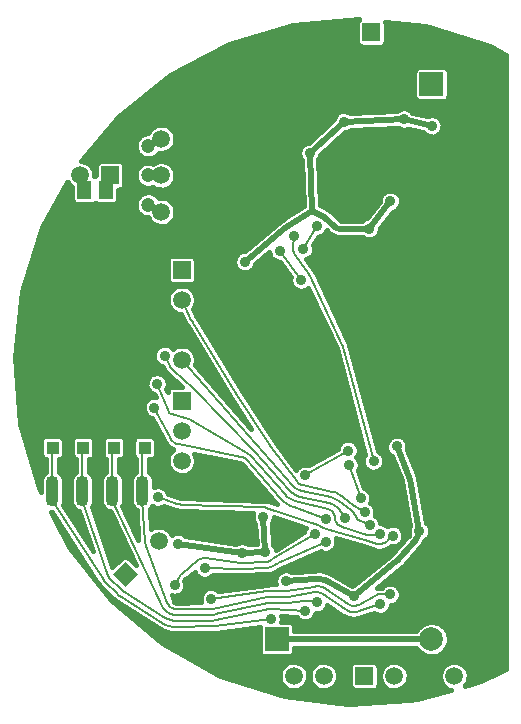
<source format=gbl>
G04 #@! TF.FileFunction,Copper,L2,Bot,Signal*
%FSLAX46Y46*%
G04 Gerber Fmt 4.6, Leading zero omitted, Abs format (unit mm)*
G04 Created by KiCad (PCBNEW (after 2015-mar-04 BZR unknown)-product) date 12.05.2015 11:57:38*
%MOMM*%
G01*
G04 APERTURE LIST*
%ADD10C,0.100000*%
%ADD11R,2.000000X2.000000*%
%ADD12C,2.000000*%
%ADD13C,1.500000*%
%ADD14R,1.100000X1.100000*%
%ADD15R,1.500000X1.500000*%
%ADD16R,1.000000X1.080000*%
%ADD17C,1.200000*%
%ADD18R,1.200000X1.600000*%
%ADD19R,3.000000X8.800000*%
%ADD20R,1.100000X2.600000*%
%ADD21O,1.100000X2.600000*%
%ADD22C,0.900000*%
%ADD23C,0.500000*%
%ADD24C,0.200000*%
%ADD25C,0.400000*%
G04 APERTURE END LIST*
D10*
D11*
X140283000Y-59481300D03*
D12*
X140283000Y-106481300D03*
D10*
G36*
X114359786Y-99927454D02*
X115420446Y-100988114D01*
X114359786Y-102048774D01*
X113299126Y-100988114D01*
X114359786Y-99927454D01*
X114359786Y-99927454D01*
G37*
D13*
X117188214Y-98159686D03*
D14*
X133952000Y-65718700D03*
X135052000Y-65718700D03*
X133952000Y-66818700D03*
X135052000Y-66818700D03*
D15*
X126100000Y-109600000D03*
D13*
X128640000Y-109600000D03*
X131180000Y-109600000D03*
D15*
X135200000Y-55100000D03*
D13*
X132660000Y-55100000D03*
D15*
X134600000Y-109600000D03*
D13*
X137140000Y-109600000D03*
X139680000Y-109600000D03*
X142220000Y-109600000D03*
D15*
X119146000Y-75214200D03*
D13*
X119146000Y-77754200D03*
X119146000Y-80294200D03*
X119146000Y-82834200D03*
D15*
X119146000Y-86301100D03*
D13*
X119146000Y-88841100D03*
X119146000Y-91381100D03*
X119146000Y-93921100D03*
D15*
X113086000Y-67200000D03*
D13*
X110546000Y-67200000D03*
X117400000Y-70300000D03*
X117400000Y-67200000D03*
X117400000Y-64100000D03*
D11*
X127195000Y-106481300D03*
D12*
X127195000Y-59481300D03*
D16*
X108200000Y-90260000D03*
X108200000Y-88940000D03*
X110800000Y-90260000D03*
X110800000Y-88940000D03*
X113400000Y-90260000D03*
X113400000Y-88940000D03*
X116000000Y-90260000D03*
X116000000Y-88940000D03*
D17*
X116304500Y-69700000D03*
X116304500Y-67200000D03*
X116304500Y-64700000D03*
D18*
X112700000Y-68400000D03*
X110900000Y-68400000D03*
D19*
X111800000Y-74500000D03*
D20*
X108190000Y-85282000D03*
D21*
X110730000Y-85282000D03*
X113270000Y-85282000D03*
X115810000Y-85282000D03*
X115810000Y-93918000D03*
X113270000Y-93918000D03*
X110730000Y-93918000D03*
X108190000Y-93918000D03*
D22*
X109400000Y-80800000D03*
X116000000Y-61600000D03*
X146200000Y-108000000D03*
X125000000Y-71800000D03*
X134200000Y-83200000D03*
X114600000Y-91800000D03*
X109400000Y-91800000D03*
X125400000Y-76800000D03*
X129000000Y-57600000D03*
X133800000Y-78600000D03*
X134800000Y-76400000D03*
X131800000Y-76400000D03*
X123200000Y-69800000D03*
X113000000Y-64400000D03*
X107800000Y-73600000D03*
X112200000Y-81600000D03*
X107600000Y-77800000D03*
X106200000Y-87600000D03*
X128400000Y-97400000D03*
X141000000Y-62000000D03*
X144474000Y-64548700D03*
X118200000Y-106400000D03*
X121400000Y-108200000D03*
X143940000Y-109949600D03*
X124800000Y-106600000D03*
X137600000Y-107600000D03*
X106200000Y-81600000D03*
X142800000Y-107400000D03*
X137912400Y-103617800D03*
X141144100Y-104287500D03*
X143800000Y-104800000D03*
X146200000Y-104200000D03*
X137876900Y-101988300D03*
X143450000Y-101150000D03*
X146200000Y-101200000D03*
X138100800Y-97550800D03*
X140490900Y-97343500D03*
X143450000Y-98250000D03*
X146200000Y-98400000D03*
X127800000Y-87000000D03*
X140576000Y-95215000D03*
X143450000Y-95350000D03*
X146200000Y-95400000D03*
X137468700Y-93121200D03*
X143450000Y-92450000D03*
X146200000Y-92400000D03*
X137644500Y-88567900D03*
X140550000Y-89550000D03*
X143450000Y-89550000D03*
X146200000Y-89600000D03*
X137650000Y-86650000D03*
X140550000Y-86650000D03*
X143450000Y-86650000D03*
X146200000Y-86600000D03*
X137650000Y-83750000D03*
X140550000Y-83750000D03*
X143450000Y-83750000D03*
X146200000Y-83800000D03*
X137650000Y-80850000D03*
X140550000Y-80850000D03*
X143450000Y-80850000D03*
X146200000Y-80800000D03*
X137650000Y-77950000D03*
X140550000Y-77950000D03*
X143450000Y-77950000D03*
X146200000Y-78000000D03*
X137719100Y-75713200D03*
X140550000Y-75050000D03*
X143450000Y-75050000D03*
X146200000Y-75000000D03*
X137400000Y-71800000D03*
X140550000Y-72150000D03*
X143450000Y-72150000D03*
X146200000Y-72200000D03*
X139400000Y-71000000D03*
X143400000Y-69200000D03*
X146200000Y-69200000D03*
X129800000Y-61600000D03*
X140600000Y-66800000D03*
X142800000Y-66800000D03*
X146226300Y-66834500D03*
X132200000Y-60200000D03*
X124800000Y-59200000D03*
X142800000Y-63600000D03*
X146200000Y-63600000D03*
X138200000Y-60200000D03*
X136200000Y-58000000D03*
X143450000Y-60550000D03*
X146200000Y-60600000D03*
X138600000Y-55600000D03*
X141400000Y-55400000D03*
X143450000Y-57650000D03*
X144600000Y-66800000D03*
X146200000Y-57600000D03*
X120400000Y-67800000D03*
X123600000Y-66000000D03*
X125400000Y-64000000D03*
X123800000Y-61200000D03*
X119200000Y-64000000D03*
X120600000Y-61800000D03*
X120000000Y-59000000D03*
X122800000Y-57800000D03*
X126000000Y-56400000D03*
X129200000Y-55200000D03*
X123999300Y-91880700D03*
X120593400Y-78913700D03*
X122709100Y-96557900D03*
X128460900Y-69225100D03*
X131975000Y-81938000D03*
X131926400Y-99607400D03*
X136600900Y-99170500D03*
X133590000Y-101320200D03*
X140678200Y-92288000D03*
X140175000Y-102452900D03*
X130508400Y-105191300D03*
X135655400Y-94947700D03*
X127389800Y-89698000D03*
X124143400Y-101356000D03*
X131737000Y-107751900D03*
X106989900Y-84550100D03*
X133600000Y-59000000D03*
X131400000Y-68400000D03*
X139566700Y-68613800D03*
X138912900Y-64507600D03*
X132717400Y-70757300D03*
X118724700Y-103080200D03*
X119691300Y-101577700D03*
X114413700Y-73432100D03*
X124402200Y-85116600D03*
X124506200Y-80195400D03*
X141748900Y-64532100D03*
X116808700Y-86864400D03*
X131333300Y-96270000D03*
X135380500Y-91392200D03*
X128636100Y-72365500D03*
X130582200Y-71503100D03*
X129448200Y-73426000D03*
X129230500Y-76059300D03*
X127447400Y-73617700D03*
X129600000Y-92600000D03*
X133227100Y-90498700D03*
X117110100Y-94440300D03*
X137004400Y-97703200D03*
X133303300Y-91701700D03*
X134285000Y-94544800D03*
X135906500Y-97562100D03*
X117054900Y-84848600D03*
X132955100Y-96185600D03*
X117688900Y-82467600D03*
X134642000Y-95701100D03*
X135065500Y-96797800D03*
X126709800Y-104731200D03*
X129591200Y-104066400D03*
X130586900Y-103354700D03*
X135922900Y-103518400D03*
X121081600Y-100447900D03*
X131336100Y-98237200D03*
X130389200Y-97529400D03*
X118534000Y-101895300D03*
X136775400Y-102673700D03*
X121646100Y-103048700D03*
X127942900Y-101546100D03*
X118796900Y-98380900D03*
X126039500Y-96136800D03*
X126216900Y-99091800D03*
X124217800Y-99157000D03*
X133728900Y-102825400D03*
X139263900Y-97316000D03*
X137344500Y-90148600D03*
X132873500Y-62662500D03*
X124480000Y-74515500D03*
X140320000Y-63014200D03*
X137952100Y-62434100D03*
X136800000Y-69400000D03*
X135016600Y-71717700D03*
X129983500Y-65322700D03*
D23*
X133590000Y-101320200D02*
X131926400Y-99607400D01*
X132154500Y-57752900D02*
X127195000Y-59481300D01*
X119691300Y-101577700D02*
X119484000Y-102207800D01*
X119212300Y-102630300D02*
X119306400Y-102543400D01*
X119306400Y-102543400D02*
X119444100Y-102329300D01*
X119444100Y-102329300D02*
X119484000Y-102207800D01*
X119212300Y-102630300D02*
X118724700Y-103080200D01*
X125400000Y-64000000D02*
X127195000Y-59481300D01*
X128460900Y-69225100D02*
X123200000Y-69800000D01*
X124506200Y-80195400D02*
X124402200Y-85116600D01*
X108190000Y-85282000D02*
X107890000Y-84550100D01*
X107890000Y-84550100D02*
X107640000Y-84550100D01*
X107640000Y-84550100D02*
X106989900Y-84550100D01*
X124506200Y-80195400D02*
X122412200Y-78315500D01*
X138912900Y-64507600D02*
X135669000Y-65409600D01*
X135602000Y-65418700D02*
X135619000Y-65418700D01*
X135619000Y-65418700D02*
X135652800Y-65414100D01*
X135652800Y-65414100D02*
X135669000Y-65409600D01*
X135602000Y-65418700D02*
X135352000Y-65418700D01*
X135352000Y-65418700D02*
X135052000Y-65718700D01*
X133590000Y-101320200D02*
X136600900Y-99170500D01*
X131975000Y-81938000D02*
X124506200Y-80195400D01*
X116000000Y-88940000D02*
X115808600Y-88650000D01*
X115808600Y-88650000D02*
X115808600Y-88400000D01*
X115808600Y-88400000D02*
X115808600Y-86864400D01*
X115808600Y-86864400D02*
X115808600Y-86862700D01*
X115808600Y-86862700D02*
X115810000Y-86032000D01*
X115810000Y-86032000D02*
X115810000Y-85282000D01*
X120593400Y-78913700D02*
X122412200Y-78315500D01*
X133952000Y-66818700D02*
X134252000Y-67118700D01*
X134252000Y-67118700D02*
X134252000Y-67368700D01*
X134252000Y-67368700D02*
X134252000Y-67400600D01*
X134252000Y-67400600D02*
X134266600Y-67462700D01*
X134266600Y-67462700D02*
X134280700Y-67491200D01*
X134280700Y-67491200D02*
X134597200Y-68128900D01*
X133600000Y-59000000D02*
X132154500Y-57752900D01*
X111800000Y-74500000D02*
X113050000Y-74332200D01*
X113050000Y-74332200D02*
X113300000Y-74332200D01*
X113300000Y-74332200D02*
X114034800Y-74248600D01*
X113400000Y-88940000D02*
X113270000Y-88650000D01*
X113270000Y-88650000D02*
X113270000Y-88400000D01*
X113270000Y-88400000D02*
X113270000Y-86032000D01*
X113270000Y-86032000D02*
X113270000Y-85282000D01*
X123800000Y-61200000D02*
X125400000Y-64000000D01*
X140576000Y-95215000D02*
X140490900Y-97343500D01*
X108200000Y-88940000D02*
X108195000Y-88650000D01*
X108195000Y-88650000D02*
X108195000Y-88400000D01*
X108195000Y-88400000D02*
X108195000Y-86582000D01*
X108195000Y-86582000D02*
X108195000Y-86332000D01*
X108195000Y-86332000D02*
X108190000Y-85282000D01*
X137912400Y-103617800D02*
X140175000Y-102452900D01*
X132717400Y-70757300D02*
X134597200Y-68128900D01*
X129200000Y-55200000D02*
X126000000Y-56400000D01*
X108200000Y-88940000D02*
X108450000Y-88940000D01*
X108450000Y-88940000D02*
X108700000Y-88940000D01*
X108700000Y-88940000D02*
X110300000Y-88940000D01*
X110300000Y-88940000D02*
X110550000Y-88940000D01*
X110550000Y-88940000D02*
X110800000Y-88940000D01*
X119146000Y-80294200D02*
X117134100Y-81635500D01*
X117134100Y-81635500D02*
X117006700Y-81720300D01*
X117006700Y-81720300D02*
X116813500Y-81960000D01*
X116813500Y-81960000D02*
X116757200Y-82104100D01*
X116757200Y-82104100D02*
X115810000Y-84532000D01*
X115810000Y-84532000D02*
X115810000Y-85282000D01*
X131400000Y-68400000D02*
X133263500Y-67160500D01*
X133402000Y-67118700D02*
X133365100Y-67118700D01*
X133365100Y-67118700D02*
X133294400Y-67140000D01*
X133294400Y-67140000D02*
X133263500Y-67160500D01*
X133402000Y-67118700D02*
X133467800Y-67359900D01*
X133467800Y-67359900D02*
X133952000Y-66818700D01*
X140490900Y-97343500D02*
X140175000Y-102452900D01*
X122412200Y-78315500D02*
X123200000Y-69800000D01*
X141748900Y-64532100D02*
X138912900Y-64507600D01*
X110800000Y-88940000D02*
X110730000Y-88650000D01*
X110730000Y-88650000D02*
X110730000Y-88400000D01*
X110730000Y-88400000D02*
X110730000Y-86032000D01*
X110730000Y-86032000D02*
X110730000Y-85282000D01*
X119146000Y-93921100D02*
X123999300Y-91880700D01*
X124143400Y-101356000D02*
X119691300Y-101577700D01*
X125400000Y-64000000D02*
X123200000Y-69800000D01*
X122800000Y-57800000D02*
X120000000Y-59000000D01*
X132516100Y-110284500D02*
X133599100Y-110839500D01*
X133599100Y-110839500D02*
X133657500Y-110869400D01*
X133657500Y-110869400D02*
X133785000Y-110900100D01*
X133785000Y-110900100D02*
X133850000Y-110900100D01*
X133850000Y-110900100D02*
X137140000Y-110900100D01*
X137140000Y-110900100D02*
X137315800Y-110900100D01*
X137315800Y-110900100D02*
X137654700Y-110806700D01*
X137654700Y-110806700D02*
X137805500Y-110716900D01*
X137805500Y-110716900D02*
X139680000Y-109600000D01*
X139566700Y-68613800D02*
X134597200Y-68128900D01*
X132660000Y-55100000D02*
X132154500Y-57752900D01*
X114413700Y-73432100D02*
X114034800Y-74248600D01*
X123600000Y-66000000D02*
X120400000Y-67800000D01*
X124143400Y-101356000D02*
X126455800Y-101077800D01*
X126455800Y-101077800D02*
X126699600Y-101048400D01*
X126699600Y-101048400D02*
X127158600Y-100873500D01*
X127158600Y-100873500D02*
X127358700Y-100734200D01*
X127358700Y-100734200D02*
X127372000Y-100724900D01*
X127719500Y-100571300D02*
X127625700Y-100592900D01*
X127625700Y-100592900D02*
X127451100Y-100670000D01*
X127451100Y-100670000D02*
X127372000Y-100724900D01*
X127719500Y-100571300D02*
X131926400Y-99607400D01*
X140678200Y-92288000D02*
X140576000Y-95215000D01*
X120600000Y-61800000D02*
X119200000Y-64000000D01*
X127389800Y-89698000D02*
X133192900Y-89499200D01*
X134216500Y-90353000D02*
X134189900Y-90171400D01*
X134189900Y-90171400D02*
X134009800Y-89849400D01*
X134009800Y-89849400D02*
X133726700Y-89612900D01*
X133726700Y-89612900D02*
X133377800Y-89493000D01*
X133377800Y-89493000D02*
X133192900Y-89499200D01*
X134216500Y-90353000D02*
X134391100Y-91537900D01*
X134391100Y-91537900D02*
X134399000Y-91591500D01*
X134399000Y-91591500D02*
X134425700Y-91694600D01*
X134425700Y-91694600D02*
X134445000Y-91745800D01*
X134445000Y-91745800D02*
X135655400Y-94947700D01*
X130508400Y-105191300D02*
X133947200Y-104813800D01*
X133947200Y-104813800D02*
X134015500Y-104805100D01*
X134015500Y-104805100D02*
X136066200Y-104508200D01*
X136066200Y-104508200D02*
X136149300Y-104496100D01*
X136149300Y-104496100D02*
X136307600Y-104445300D01*
X136307600Y-104445300D02*
X136381200Y-104407300D01*
X136381200Y-104407300D02*
X137912400Y-103617800D01*
X131737000Y-107751900D02*
X132352800Y-109038900D01*
X132478500Y-109534800D02*
X132471900Y-109405200D01*
X132471900Y-109405200D02*
X132408700Y-109155800D01*
X132408700Y-109155800D02*
X132352800Y-109038900D01*
X132478500Y-109534800D02*
X132516100Y-110284500D01*
X114413700Y-73432100D02*
X123200000Y-69800000D01*
X119146000Y-93921100D02*
X118029100Y-92046600D01*
X117944300Y-91877100D02*
X117962500Y-91921200D01*
X117962500Y-91921200D02*
X118005200Y-92006400D01*
X118005200Y-92006400D02*
X118029100Y-92046600D01*
X117944300Y-91877100D02*
X117008500Y-89610100D01*
X117008500Y-89610100D02*
X116995300Y-89578100D01*
X116995300Y-89578100D02*
X116960600Y-89517100D01*
X116960600Y-89517100D02*
X116939700Y-89489400D01*
X116939700Y-89489400D02*
X116891600Y-89425500D01*
X116891600Y-89425500D02*
X116821900Y-89333000D01*
X116821900Y-89333000D02*
X116615400Y-89230000D01*
X116615400Y-89230000D02*
X116500000Y-89230000D01*
X116500000Y-89230000D02*
X116250000Y-89230000D01*
X116250000Y-89230000D02*
X116000000Y-88940000D01*
X113400000Y-88940000D02*
X113650000Y-88940000D01*
X113650000Y-88940000D02*
X113900000Y-88940000D01*
X113900000Y-88940000D02*
X115500000Y-88940000D01*
X115500000Y-88940000D02*
X115750000Y-88940000D01*
X115750000Y-88940000D02*
X116000000Y-88940000D01*
X126100000Y-109600000D02*
X126600000Y-110100000D01*
X126600000Y-110100000D02*
X126600000Y-110350000D01*
X126600000Y-110350000D02*
X126600000Y-110441000D01*
X126600000Y-110441000D02*
X126717000Y-110580400D01*
X126717000Y-110580400D02*
X126806500Y-110596200D01*
X126806500Y-110596200D02*
X128413700Y-110880300D01*
X128413700Y-110880300D02*
X128469600Y-110890200D01*
X128469600Y-110890200D02*
X128582700Y-110900100D01*
X128582700Y-110900100D02*
X128640000Y-110900100D01*
X128640000Y-110900100D02*
X131180000Y-110900100D01*
X131180000Y-110900100D02*
X131367400Y-110900200D01*
X131367400Y-110900200D02*
X131728900Y-110793400D01*
X131728900Y-110793400D02*
X131885700Y-110691900D01*
X131885700Y-110691900D02*
X132516100Y-110284500D01*
X110800000Y-88940000D02*
X111050000Y-88940000D01*
X111050000Y-88940000D02*
X111300000Y-88940000D01*
X111300000Y-88940000D02*
X112900000Y-88940000D01*
X112900000Y-88940000D02*
X113150000Y-88940000D01*
X113150000Y-88940000D02*
X113400000Y-88940000D01*
X114034800Y-74248600D02*
X119146000Y-80294200D01*
X112200000Y-81600000D02*
X113270000Y-85282000D01*
X112200000Y-81600000D02*
X109400000Y-80800000D01*
X146200000Y-60600000D02*
X146200000Y-63600000D01*
X116304500Y-69700000D02*
X117400000Y-70300000D01*
X110900000Y-68400000D02*
X110550000Y-67850000D01*
X110550000Y-67850000D02*
X110550000Y-67600000D01*
X110550000Y-67600000D02*
X110546000Y-67200000D01*
D24*
X131333300Y-96270000D02*
X128620100Y-95276800D01*
X127472900Y-94497500D02*
X127705700Y-94758900D01*
X127705700Y-94758900D02*
X128288700Y-95155300D01*
X128288700Y-95155300D02*
X128620100Y-95276800D01*
X127472900Y-94497500D02*
X124633700Y-91314800D01*
X124633700Y-91314800D02*
X124542000Y-91212100D01*
X124542000Y-91212100D02*
X124304600Y-91075500D01*
X124304600Y-91075500D02*
X124170500Y-91048000D01*
X124170500Y-91048000D02*
X118914400Y-89967600D01*
X118127800Y-89375900D02*
X118248400Y-89605300D01*
X118248400Y-89605300D02*
X118661100Y-89915500D01*
X118661100Y-89915500D02*
X118914400Y-89967600D01*
X118127800Y-89375900D02*
X116808700Y-86864400D01*
X128636100Y-72365500D02*
X128598700Y-73395100D01*
X128598700Y-73395100D02*
X128593700Y-73535700D01*
X128593700Y-73535700D02*
X128674000Y-73803900D01*
X128674000Y-73803900D02*
X128754600Y-73917500D01*
X128754600Y-73917500D02*
X129924100Y-75567800D01*
X130000800Y-75699700D02*
X129984500Y-75664700D01*
X129984500Y-75664700D02*
X129946400Y-75599300D01*
X129946400Y-75599300D02*
X129924100Y-75567800D01*
X130000800Y-75699700D02*
X132745300Y-81578400D01*
X132796300Y-81718600D02*
X132786700Y-81682700D01*
X132786700Y-81682700D02*
X132760800Y-81611600D01*
X132760800Y-81611600D02*
X132745300Y-81578400D01*
X132796300Y-81718600D02*
X135380500Y-91392200D01*
X129448200Y-73426000D02*
X130582200Y-71503100D01*
X127447400Y-73617700D02*
X129230500Y-76059300D01*
X133227100Y-90498700D02*
X129600000Y-92600000D01*
X137004400Y-97703200D02*
X136484600Y-98185300D01*
X135670000Y-98378600D02*
X135885700Y-98440900D01*
X135885700Y-98440900D02*
X136321200Y-98337200D01*
X136321200Y-98337200D02*
X136484600Y-98185300D01*
X135670000Y-98378600D02*
X134689800Y-98094700D01*
X134689800Y-98094700D02*
X134689300Y-98094500D01*
X134689300Y-98094500D02*
X132578900Y-97482300D01*
X132553300Y-97474600D02*
X132578900Y-97482300D01*
X132553300Y-97474600D02*
X131099100Y-97021300D01*
X130861200Y-96899700D02*
X130915200Y-96940200D01*
X130915200Y-96940200D02*
X131035400Y-97001500D01*
X131035400Y-97001500D02*
X131099100Y-97021300D01*
X130861200Y-96899700D02*
X130861300Y-96899700D01*
X130861300Y-96899700D02*
X130810600Y-96861700D01*
X130810600Y-96861700D02*
X130699700Y-96803500D01*
X130699700Y-96803500D02*
X130639500Y-96783300D01*
X130639500Y-96783300D02*
X126309900Y-95330800D01*
X126309900Y-95330800D02*
X126250700Y-95311000D01*
X126250700Y-95311000D02*
X126127800Y-95289000D01*
X126127800Y-95289000D02*
X126065900Y-95287100D01*
X126065900Y-95287100D02*
X119110200Y-95070600D01*
X118773800Y-95009300D02*
X118855600Y-95037200D01*
X118855600Y-95037200D02*
X119023800Y-95067900D01*
X119023800Y-95067900D02*
X119110200Y-95070600D01*
X118773800Y-95009300D02*
X117110100Y-94440300D01*
X133303300Y-91701700D02*
X134285000Y-94544800D01*
X117054900Y-84848600D02*
X118026100Y-87203600D01*
X118026100Y-87203600D02*
X118062100Y-87291100D01*
X118062100Y-87291100D02*
X118205500Y-87415500D01*
X118205500Y-87415500D02*
X118297500Y-87438900D01*
X118297500Y-87438900D02*
X119429200Y-87726400D01*
X119722000Y-87845600D02*
X119654200Y-87806300D01*
X119654200Y-87806300D02*
X119507100Y-87746200D01*
X119507100Y-87746200D02*
X119429200Y-87726400D01*
X119722000Y-87845600D02*
X124675500Y-90712100D01*
X125006900Y-90981900D02*
X124934500Y-90900900D01*
X124934500Y-90900900D02*
X124767800Y-90765300D01*
X124767800Y-90765300D02*
X124675500Y-90712100D01*
X125006900Y-90981900D02*
X127846100Y-94164600D01*
X127846100Y-94164600D02*
X128085600Y-94432900D01*
X128085600Y-94432900D02*
X128699200Y-94800300D01*
X128699200Y-94800300D02*
X129049900Y-94885100D01*
X129049900Y-94885100D02*
X131523300Y-95480600D01*
X132144200Y-96227800D02*
X132137300Y-96096500D01*
X132137300Y-96096500D02*
X132041500Y-95851500D01*
X132041500Y-95851500D02*
X131874200Y-95650400D01*
X131874200Y-95650400D02*
X131651000Y-95511300D01*
X131651000Y-95511300D02*
X131523300Y-95480600D01*
X132144200Y-96227800D02*
X132150600Y-96351900D01*
X132150600Y-96351900D02*
X132237800Y-96586100D01*
X132237800Y-96586100D02*
X132391500Y-96783300D01*
X132391500Y-96783300D02*
X132596000Y-96924500D01*
X132596000Y-96924500D02*
X132715400Y-96961400D01*
X132715400Y-96961400D02*
X134814500Y-97610000D01*
X134814500Y-97610000D02*
X134897000Y-97635500D01*
X134897000Y-97635500D02*
X135070400Y-97652300D01*
X135070400Y-97652300D02*
X135156700Y-97643000D01*
X135156700Y-97643000D02*
X135906500Y-97562100D01*
X117688900Y-82467600D02*
X118111700Y-83337100D01*
X118111700Y-83337100D02*
X118161900Y-83440400D01*
X118161900Y-83440400D02*
X118302500Y-83624400D01*
X118302500Y-83624400D02*
X118388400Y-83699500D01*
X118388400Y-83699500D02*
X120159500Y-85250100D01*
X120183600Y-85273000D02*
X120177800Y-85267000D01*
X120177800Y-85267000D02*
X120165600Y-85255400D01*
X120165600Y-85255400D02*
X120159500Y-85250100D01*
X120183600Y-85273000D02*
X125329400Y-90594500D01*
X125380100Y-90649000D02*
X125329400Y-90594500D01*
X125380100Y-90649000D02*
X128219200Y-93831700D01*
X128219200Y-93831700D02*
X128412100Y-94047900D01*
X128412100Y-94047900D02*
X128911600Y-94341800D01*
X128911600Y-94341800D02*
X129194200Y-94405300D01*
X129194200Y-94405300D02*
X131629400Y-94952700D01*
X132415400Y-95462400D02*
X132271700Y-95269500D01*
X132271700Y-95269500D02*
X131866300Y-95006100D01*
X131866300Y-95006100D02*
X131629400Y-94952700D01*
X132415400Y-95462400D02*
X132955100Y-96185600D01*
X119146000Y-77754200D02*
X119816900Y-79259700D01*
X119816900Y-79259700D02*
X119846600Y-79326300D01*
X119846600Y-79326300D02*
X119927700Y-79447400D01*
X119927700Y-79447400D02*
X119978200Y-79500400D01*
X119978200Y-79500400D02*
X119978300Y-79500400D01*
X120130000Y-79698800D02*
X120097800Y-79645500D01*
X120097800Y-79645500D02*
X120022100Y-79546500D01*
X120022100Y-79546500D02*
X119978300Y-79500400D01*
X120130000Y-79698800D02*
X123674900Y-85556700D01*
X123674900Y-85556700D02*
X123690100Y-85581000D01*
X123690100Y-85581000D02*
X126677700Y-90162400D01*
X126677700Y-90162400D02*
X126685800Y-90174800D01*
X126685800Y-90174800D02*
X126703700Y-90200300D01*
X126703700Y-90200300D02*
X126713500Y-90213100D01*
X126713500Y-90213100D02*
X128923700Y-93115100D01*
X128923700Y-93115100D02*
X129014500Y-93234400D01*
X129014500Y-93234400D02*
X129266800Y-93396400D01*
X129266800Y-93396400D02*
X129413600Y-93429400D01*
X129413600Y-93429400D02*
X131848800Y-93976800D01*
X132771300Y-94410800D02*
X132566000Y-94252200D01*
X132566000Y-94252200D02*
X132100000Y-94033200D01*
X132100000Y-94033200D02*
X131848800Y-93976800D01*
X132771300Y-94410800D02*
X133745200Y-95164100D01*
X133768300Y-95182300D02*
X133745200Y-95164100D01*
X133768300Y-95182300D02*
X133768200Y-95182400D01*
X133768200Y-95182400D02*
X133792700Y-95202300D01*
X133792700Y-95202300D02*
X133845800Y-95238900D01*
X133845800Y-95238900D02*
X133872900Y-95254500D01*
X133872900Y-95254500D02*
X134642000Y-95701100D01*
X119146000Y-82834200D02*
X128589300Y-93495300D01*
X128589300Y-93495300D02*
X128729400Y-93653700D01*
X128729400Y-93653700D02*
X129095400Y-93870300D01*
X129095400Y-93870300D02*
X129303900Y-93917300D01*
X129303900Y-93917300D02*
X131739100Y-94464700D01*
X132430400Y-94780100D02*
X132276500Y-94666700D01*
X132276500Y-94666700D02*
X131925600Y-94506600D01*
X131925600Y-94506600D02*
X131739100Y-94464700D01*
X132430400Y-94780100D02*
X133441700Y-95524700D01*
X133636700Y-95728400D02*
X133597500Y-95669900D01*
X133597500Y-95669900D02*
X133499300Y-95567200D01*
X133499300Y-95567200D02*
X133441700Y-95524700D01*
X133636700Y-95728400D02*
X133936000Y-96174700D01*
X133936000Y-96174700D02*
X134005900Y-96278900D01*
X134005900Y-96278900D02*
X134200100Y-96438100D01*
X134200100Y-96438100D02*
X134315700Y-96486100D01*
X134315700Y-96486100D02*
X135065500Y-96797800D01*
D23*
X116304500Y-67200000D02*
X117400000Y-67200000D01*
X140283000Y-106481300D02*
X128195000Y-106481300D01*
X128195000Y-106481300D02*
X127945000Y-106481300D01*
X127945000Y-106481300D02*
X127195000Y-106481300D01*
D24*
X108190000Y-93918000D02*
X108190000Y-94668000D01*
X108190000Y-94668000D02*
X112540700Y-101473000D01*
X112540700Y-101473000D02*
X112567000Y-101514100D01*
X112567000Y-101514100D02*
X112628000Y-101590100D01*
X112628000Y-101590100D02*
X112662600Y-101624600D01*
X112662600Y-101624600D02*
X113723300Y-102685300D01*
X113723300Y-102685300D02*
X113758900Y-102720900D01*
X113758900Y-102720900D02*
X113837500Y-102783700D01*
X113837500Y-102783700D02*
X113880600Y-102810900D01*
X113880600Y-102810900D02*
X117473600Y-105070000D01*
X117473600Y-105070000D02*
X117760300Y-105250300D01*
X117760300Y-105250300D02*
X118412300Y-105434200D01*
X118412300Y-105434200D02*
X118750000Y-105430500D01*
X118750000Y-105430500D02*
X121671400Y-105399000D01*
X121671400Y-105399000D02*
X121745300Y-105398200D01*
X121745300Y-105398200D02*
X121892600Y-105387300D01*
X121892600Y-105387300D02*
X121963300Y-105377600D01*
X121963300Y-105377600D02*
X126709800Y-104731200D01*
X108190000Y-93918000D02*
X108190000Y-93168000D01*
X108190000Y-93168000D02*
X108190000Y-90800000D01*
X108190000Y-90800000D02*
X108190000Y-90700000D01*
X108190000Y-90700000D02*
X108200000Y-90260000D01*
X110730000Y-93918000D02*
X110730000Y-94668000D01*
X110730000Y-94668000D02*
X112920300Y-101116800D01*
X112920300Y-101116800D02*
X112935200Y-101160600D01*
X112935200Y-101160600D02*
X112983800Y-101238600D01*
X112983800Y-101238600D02*
X113016200Y-101271000D01*
X113016200Y-101271000D02*
X114076900Y-102331700D01*
X114076900Y-102331700D02*
X114092700Y-102347500D01*
X114092700Y-102347500D02*
X114127700Y-102375400D01*
X114127700Y-102375400D02*
X114146800Y-102387500D01*
X114146800Y-102387500D02*
X117739800Y-104646600D01*
X117739800Y-104646600D02*
X117965500Y-104788500D01*
X117965500Y-104788500D02*
X118478700Y-104933300D01*
X118478700Y-104933300D02*
X118744600Y-104930400D01*
X118744600Y-104930400D02*
X121666000Y-104898900D01*
X121666000Y-104898900D02*
X121759700Y-104897800D01*
X121759700Y-104897800D02*
X121942800Y-104877400D01*
X121942800Y-104877400D02*
X122031500Y-104858400D01*
X122031500Y-104858400D02*
X126532700Y-103899700D01*
X126764900Y-103882900D02*
X126707100Y-103879100D01*
X126707100Y-103879100D02*
X126590000Y-103887600D01*
X126590000Y-103887600D02*
X126532700Y-103899700D01*
X126764900Y-103882900D02*
X129591200Y-104066400D01*
X110730000Y-93918000D02*
X110730000Y-93168000D01*
X110730000Y-93168000D02*
X110730000Y-90800000D01*
X110730000Y-90800000D02*
X110730000Y-90700000D01*
X110730000Y-90700000D02*
X110800000Y-90260000D01*
X113270000Y-93918000D02*
X113270000Y-94668000D01*
X113270000Y-94668000D02*
X117503200Y-103655500D01*
X117503200Y-103655500D02*
X117586200Y-103831500D01*
X117586200Y-103831500D02*
X117842800Y-104120800D01*
X117842800Y-104120800D02*
X118172500Y-104327500D01*
X118172500Y-104327500D02*
X118544800Y-104432300D01*
X118544800Y-104432300D02*
X118739300Y-104430300D01*
X118739300Y-104430300D02*
X121660700Y-104398800D01*
X121660700Y-104398800D02*
X121729100Y-104398000D01*
X121729100Y-104398000D02*
X121862700Y-104383100D01*
X121862700Y-104383100D02*
X121927400Y-104369300D01*
X121927400Y-104369300D02*
X126428500Y-103410600D01*
X126726900Y-103381100D02*
X126651400Y-103380200D01*
X126651400Y-103380200D02*
X126501200Y-103395100D01*
X126501200Y-103395100D02*
X126428500Y-103410600D01*
X126726900Y-103381100D02*
X127919400Y-103396300D01*
X127919400Y-103396300D02*
X127980800Y-103397100D01*
X127980800Y-103397100D02*
X128103400Y-103390500D01*
X128103400Y-103390500D02*
X128165600Y-103382900D01*
X128165600Y-103382900D02*
X129488900Y-103222500D01*
X129715900Y-103225500D02*
X129660100Y-103217200D01*
X129660100Y-103217200D02*
X129545600Y-103215600D01*
X129545600Y-103215600D02*
X129488900Y-103222500D01*
X129715900Y-103225500D02*
X130586900Y-103354700D01*
X113270000Y-93918000D02*
X113270000Y-93168000D01*
X113270000Y-93168000D02*
X113270000Y-90800000D01*
X113270000Y-90800000D02*
X113270000Y-90700000D01*
X113270000Y-90700000D02*
X113400000Y-90260000D01*
X115810000Y-93918000D02*
X115810000Y-93168000D01*
X115810000Y-93168000D02*
X115810000Y-90800000D01*
X115810000Y-90800000D02*
X115810000Y-90700000D01*
X115810000Y-90700000D02*
X116000000Y-90260000D01*
X115810000Y-93918000D02*
X115810000Y-94668000D01*
X115810000Y-94668000D02*
X116040500Y-98233900D01*
X116040500Y-98233900D02*
X116045900Y-98318200D01*
X116045900Y-98318200D02*
X116081900Y-98485300D01*
X116081900Y-98485300D02*
X116112200Y-98565800D01*
X116112200Y-98565800D02*
X117929400Y-103380400D01*
X117929400Y-103380400D02*
X117975300Y-103502100D01*
X117975300Y-103502100D02*
X118136800Y-103708000D01*
X118136800Y-103708000D02*
X118352800Y-103855700D01*
X118352800Y-103855700D02*
X118603200Y-103931600D01*
X118603200Y-103931600D02*
X118733900Y-103930300D01*
X118733900Y-103930300D02*
X121655300Y-103898800D01*
X121655300Y-103898800D02*
X121698400Y-103898300D01*
X121698400Y-103898300D02*
X121782500Y-103888900D01*
X121782500Y-103888900D02*
X121823200Y-103880200D01*
X121823200Y-103880200D02*
X126324400Y-102921500D01*
X126733300Y-102881000D02*
X126629900Y-102879700D01*
X126629900Y-102879700D02*
X126424000Y-102900200D01*
X126424000Y-102900200D02*
X126324400Y-102921500D01*
X126733300Y-102881000D02*
X127925800Y-102896200D01*
X127925800Y-102896200D02*
X127982400Y-102896900D01*
X127982400Y-102896900D02*
X128097600Y-102888600D01*
X128097600Y-102888600D02*
X128154300Y-102879600D01*
X128154300Y-102879600D02*
X130453800Y-102515100D01*
X131063600Y-102650900D02*
X130929300Y-102560000D01*
X130929300Y-102560000D02*
X130614200Y-102489800D01*
X130614200Y-102489800D02*
X130453800Y-102515100D01*
X131063600Y-102650900D02*
X132971700Y-103943300D01*
X132971700Y-103943300D02*
X133101100Y-104030800D01*
X133101100Y-104030800D02*
X133390600Y-104141700D01*
X133390600Y-104141700D02*
X133697800Y-104184200D01*
X133697800Y-104184200D02*
X134008900Y-104155400D01*
X134008900Y-104155400D02*
X134155200Y-104106600D01*
X134155200Y-104106600D02*
X135922900Y-103518400D01*
X131336100Y-98237200D02*
X127274300Y-100037400D01*
X127274300Y-100037400D02*
X127203100Y-100068900D01*
X127203100Y-100068900D02*
X127065000Y-100146600D01*
X127065000Y-100146600D02*
X127001000Y-100191100D01*
X127001000Y-100191100D02*
X126987600Y-100200400D01*
X126260900Y-100441300D02*
X126455400Y-100435100D01*
X126455400Y-100435100D02*
X126827100Y-100312000D01*
X126827100Y-100312000D02*
X126987600Y-100200400D01*
X126260900Y-100441300D02*
X124261800Y-100506500D01*
X124172100Y-100506500D02*
X124261800Y-100506500D01*
X124172100Y-100506500D02*
X124172100Y-100506400D01*
X124172100Y-100506400D02*
X124159500Y-100506100D01*
X124159500Y-100506100D02*
X121081600Y-100447900D01*
X118534000Y-101895300D02*
X118951800Y-101158400D01*
X119155200Y-100918000D02*
X119094000Y-100967700D01*
X119094000Y-100967700D02*
X118991100Y-101089200D01*
X118991100Y-101089200D02*
X118951800Y-101158400D01*
X119155200Y-100918000D02*
X120545500Y-99788200D01*
X121195700Y-99605500D02*
X121021200Y-99581900D01*
X121021200Y-99581900D02*
X120682300Y-99677100D01*
X120682300Y-99677100D02*
X120545500Y-99788200D01*
X121195700Y-99605500D02*
X124103700Y-99999400D01*
X124103700Y-99999400D02*
X124139000Y-100004200D01*
X124139000Y-100004200D02*
X124210200Y-100007800D01*
X124210200Y-100007800D02*
X124245500Y-100006600D01*
X124245500Y-100006600D02*
X126244600Y-99941400D01*
X126244600Y-99941400D02*
X126367000Y-99937500D01*
X126367000Y-99937500D02*
X126601000Y-99860000D01*
X126601000Y-99860000D02*
X126702100Y-99789800D01*
X126702100Y-99789800D02*
X126715500Y-99780500D01*
X126821000Y-99711700D02*
X126715500Y-99780500D01*
X126821000Y-99711700D02*
X130389200Y-97529400D01*
X121646100Y-103048700D02*
X126392600Y-102402300D01*
X126739600Y-102381000D02*
X126653400Y-102379900D01*
X126653400Y-102379900D02*
X126477300Y-102390700D01*
X126477300Y-102390700D02*
X126392600Y-102402300D01*
X126739600Y-102381000D02*
X127932100Y-102396100D01*
X127932100Y-102396100D02*
X127967700Y-102396600D01*
X127967700Y-102396600D02*
X128040300Y-102391300D01*
X128040300Y-102391300D02*
X128076000Y-102385700D01*
X128076000Y-102385700D02*
X130375500Y-102021200D01*
X131344100Y-102236800D02*
X131130800Y-102092400D01*
X131130800Y-102092400D02*
X130630300Y-101980900D01*
X130630300Y-101980900D02*
X130375500Y-102021200D01*
X131344100Y-102236800D02*
X133252200Y-103529200D01*
X133252200Y-103529200D02*
X133351100Y-103596200D01*
X133351100Y-103596200D02*
X133579700Y-103670800D01*
X133579700Y-103670800D02*
X133818500Y-103679200D01*
X133818500Y-103679200D02*
X134051700Y-103620800D01*
X134051700Y-103620800D02*
X134155400Y-103560800D01*
X134155400Y-103560800D02*
X135496400Y-102783000D01*
X135928300Y-102668300D02*
X135814900Y-102667500D01*
X135814900Y-102667500D02*
X135594200Y-102726200D01*
X135594200Y-102726200D02*
X135496400Y-102783000D01*
X135928300Y-102668300D02*
X136775400Y-102673700D01*
D23*
X126216900Y-99091800D02*
X126039500Y-96136800D01*
X137344500Y-90148600D02*
X138395700Y-92746000D01*
X138452000Y-92938800D02*
X138442700Y-92889000D01*
X138442700Y-92889000D02*
X138414900Y-92793400D01*
X138414900Y-92793400D02*
X138395700Y-92746000D01*
X138452000Y-92938800D02*
X139263900Y-97316000D01*
X133728900Y-102825400D02*
X131566600Y-101610700D01*
X131566600Y-101610700D02*
X131309100Y-101466000D01*
X131309100Y-101466000D02*
X130732400Y-101337900D01*
X130732400Y-101337900D02*
X130438100Y-101359900D01*
X130438100Y-101359900D02*
X127942900Y-101546100D01*
X124217800Y-99157000D02*
X118796900Y-98380900D01*
X124217800Y-99157000D02*
X126216900Y-99091800D01*
X139263900Y-97316000D02*
X139033600Y-97911600D01*
X138834600Y-98230300D02*
X138898800Y-98160900D01*
X138898800Y-98160900D02*
X138999000Y-98000600D01*
X138999000Y-98000600D02*
X139033600Y-97911600D01*
X138834600Y-98230300D02*
X137334700Y-99850000D01*
X137235900Y-99943100D02*
X137261500Y-99922100D01*
X137261500Y-99922100D02*
X137311100Y-99875400D01*
X137311100Y-99875400D02*
X137334700Y-99850000D01*
X137235900Y-99943100D02*
X133728900Y-102825400D01*
X130201600Y-70178300D02*
X128097600Y-71522800D01*
X128097600Y-71522800D02*
X128071100Y-71539700D01*
X128071100Y-71539700D02*
X128021800Y-71575800D01*
X128021800Y-71575800D02*
X127997300Y-71596000D01*
X127997300Y-71596000D02*
X124480000Y-74515500D01*
X132873500Y-62662500D02*
X129983500Y-65322700D01*
X135016600Y-71717700D02*
X132734700Y-71757200D01*
X132036300Y-71489700D02*
X132178700Y-71622000D01*
X132178700Y-71622000D02*
X132540100Y-71760600D01*
X132540100Y-71760600D02*
X132734700Y-71757200D01*
X132036300Y-71489700D02*
X131263300Y-70770700D01*
X131263300Y-70770700D02*
X131213300Y-70724300D01*
X131213300Y-70724300D02*
X131103300Y-70646800D01*
X131103300Y-70646800D02*
X131043300Y-70615600D01*
X131043300Y-70615600D02*
X130201600Y-70178300D01*
X132873500Y-62662500D02*
X137952100Y-62434100D01*
X136800000Y-69400000D02*
X135016600Y-71717700D01*
X129983500Y-65322700D02*
X130201600Y-70178300D01*
X140320000Y-63014200D02*
X137952100Y-62434100D01*
D25*
G36*
X125475046Y-98415623D02*
X124762643Y-98438857D01*
X124647933Y-98361485D01*
X124485225Y-98293089D01*
X124312331Y-98257599D01*
X124135836Y-98256367D01*
X123962463Y-98289440D01*
X123798816Y-98355557D01*
X123755783Y-98383716D01*
X119456950Y-97768261D01*
X119373358Y-97684082D01*
X119227033Y-97585385D01*
X119064325Y-97516989D01*
X118891431Y-97481499D01*
X118714936Y-97480267D01*
X118541563Y-97513340D01*
X118377916Y-97579457D01*
X118274849Y-97646902D01*
X118252878Y-97593594D01*
X118122647Y-97397581D01*
X117956824Y-97230597D01*
X117761725Y-97099000D01*
X117544781Y-97007806D01*
X117314255Y-96960486D01*
X117078929Y-96958843D01*
X116847765Y-97002939D01*
X116629569Y-97091096D01*
X116522314Y-97161281D01*
X116412907Y-95468733D01*
X116509663Y-95390941D01*
X116635113Y-95241435D01*
X116649109Y-95215975D01*
X116668902Y-95229731D01*
X116830639Y-95300393D01*
X117003021Y-95338293D01*
X117179481Y-95341990D01*
X117353299Y-95311341D01*
X117517853Y-95247514D01*
X117606404Y-95191317D01*
X118595816Y-95529705D01*
X118595843Y-95529711D01*
X118596252Y-95529854D01*
X118678051Y-95557754D01*
X118713976Y-95566202D01*
X118749301Y-95576829D01*
X118756845Y-95578261D01*
X118925045Y-95608961D01*
X118962115Y-95612037D01*
X118998947Y-95617338D01*
X119006621Y-95617632D01*
X119093021Y-95620332D01*
X119093026Y-95620331D01*
X119093089Y-95620334D01*
X125200163Y-95810420D01*
X125177477Y-95863350D01*
X125140781Y-96035993D01*
X125138317Y-96212474D01*
X125170178Y-96386074D01*
X125235152Y-96550179D01*
X125330763Y-96698538D01*
X125374694Y-96744029D01*
X125475046Y-98415623D01*
X125475046Y-98415623D01*
G37*
X125475046Y-98415623D02*
X124762643Y-98438857D01*
X124647933Y-98361485D01*
X124485225Y-98293089D01*
X124312331Y-98257599D01*
X124135836Y-98256367D01*
X123962463Y-98289440D01*
X123798816Y-98355557D01*
X123755783Y-98383716D01*
X119456950Y-97768261D01*
X119373358Y-97684082D01*
X119227033Y-97585385D01*
X119064325Y-97516989D01*
X118891431Y-97481499D01*
X118714936Y-97480267D01*
X118541563Y-97513340D01*
X118377916Y-97579457D01*
X118274849Y-97646902D01*
X118252878Y-97593594D01*
X118122647Y-97397581D01*
X117956824Y-97230597D01*
X117761725Y-97099000D01*
X117544781Y-97007806D01*
X117314255Y-96960486D01*
X117078929Y-96958843D01*
X116847765Y-97002939D01*
X116629569Y-97091096D01*
X116522314Y-97161281D01*
X116412907Y-95468733D01*
X116509663Y-95390941D01*
X116635113Y-95241435D01*
X116649109Y-95215975D01*
X116668902Y-95229731D01*
X116830639Y-95300393D01*
X117003021Y-95338293D01*
X117179481Y-95341990D01*
X117353299Y-95311341D01*
X117517853Y-95247514D01*
X117606404Y-95191317D01*
X118595816Y-95529705D01*
X118595843Y-95529711D01*
X118596252Y-95529854D01*
X118678051Y-95557754D01*
X118713976Y-95566202D01*
X118749301Y-95576829D01*
X118756845Y-95578261D01*
X118925045Y-95608961D01*
X118962115Y-95612037D01*
X118998947Y-95617338D01*
X119006621Y-95617632D01*
X119093021Y-95620332D01*
X119093026Y-95620331D01*
X119093089Y-95620334D01*
X125200163Y-95810420D01*
X125177477Y-95863350D01*
X125140781Y-96035993D01*
X125138317Y-96212474D01*
X125170178Y-96386074D01*
X125235152Y-96550179D01*
X125330763Y-96698538D01*
X125374694Y-96744029D01*
X125475046Y-98415623D01*
G36*
X129641328Y-97028557D02*
X129596708Y-97093724D01*
X129527177Y-97255950D01*
X129490481Y-97428593D01*
X129490400Y-97434393D01*
X127096176Y-98898693D01*
X127082657Y-98830413D01*
X127015398Y-98667231D01*
X126917725Y-98520221D01*
X126881666Y-98483909D01*
X126772146Y-96659603D01*
X126825832Y-96583499D01*
X126897621Y-96422259D01*
X126936724Y-96250146D01*
X126938515Y-96121814D01*
X129641328Y-97028557D01*
X129641328Y-97028557D01*
G37*
X129641328Y-97028557D02*
X129596708Y-97093724D01*
X129527177Y-97255950D01*
X129490481Y-97428593D01*
X129490400Y-97434393D01*
X127096176Y-98898693D01*
X127082657Y-98830413D01*
X127015398Y-98667231D01*
X126917725Y-98520221D01*
X126881666Y-98483909D01*
X126772146Y-96659603D01*
X126825832Y-96583499D01*
X126897621Y-96422259D01*
X126936724Y-96250146D01*
X126938515Y-96121814D01*
X129641328Y-97028557D01*
G36*
X146600000Y-108970094D02*
X144487113Y-110037390D01*
X143091744Y-110426983D01*
X143132789Y-110387898D01*
X143268442Y-110195598D01*
X143364160Y-109980612D01*
X143416298Y-109751128D01*
X143420051Y-109482334D01*
X143374342Y-109251484D01*
X143284664Y-109033908D01*
X143154433Y-108837895D01*
X142988610Y-108670911D01*
X142793511Y-108539314D01*
X142576567Y-108448120D01*
X142346041Y-108400800D01*
X142110715Y-108399157D01*
X141879551Y-108443253D01*
X141735177Y-108501583D01*
X141735177Y-60481300D01*
X141735177Y-58481300D01*
X141729242Y-58408277D01*
X141691350Y-58287097D01*
X141621263Y-58181229D01*
X141524506Y-58099018D01*
X141408709Y-58046948D01*
X141283000Y-58029123D01*
X139283000Y-58029123D01*
X139209977Y-58035058D01*
X139088797Y-58072950D01*
X138982929Y-58143037D01*
X138900718Y-58239794D01*
X138848648Y-58355591D01*
X138830823Y-58481300D01*
X138830823Y-60481300D01*
X138836758Y-60554323D01*
X138874650Y-60675503D01*
X138944737Y-60781371D01*
X139041494Y-60863582D01*
X139157291Y-60915652D01*
X139283000Y-60933477D01*
X141283000Y-60933477D01*
X141356023Y-60927542D01*
X141477203Y-60889650D01*
X141583071Y-60819563D01*
X141665282Y-60722806D01*
X141717352Y-60607009D01*
X141735177Y-60481300D01*
X141735177Y-108501583D01*
X141661355Y-108531410D01*
X141464437Y-108660270D01*
X141296299Y-108824923D01*
X141163344Y-109019099D01*
X141070637Y-109235401D01*
X141021709Y-109465590D01*
X141018423Y-109700899D01*
X141060905Y-109932365D01*
X141147536Y-110151171D01*
X141275018Y-110348984D01*
X141438493Y-110518267D01*
X141631736Y-110652575D01*
X141847385Y-110746790D01*
X141902738Y-110758960D01*
X139035797Y-111559425D01*
X138340051Y-111612959D01*
X138340051Y-109482334D01*
X138294342Y-109251484D01*
X138204664Y-109033908D01*
X138074433Y-108837895D01*
X137908610Y-108670911D01*
X137713511Y-108539314D01*
X137496567Y-108448120D01*
X137266041Y-108400800D01*
X137030715Y-108399157D01*
X136799551Y-108443253D01*
X136581355Y-108531410D01*
X136384437Y-108660270D01*
X136216299Y-108824923D01*
X136083344Y-109019099D01*
X135990637Y-109235401D01*
X135941709Y-109465590D01*
X135938423Y-109700899D01*
X135980905Y-109932365D01*
X136067536Y-110151171D01*
X136195018Y-110348984D01*
X136358493Y-110518267D01*
X136551736Y-110652575D01*
X136767385Y-110746790D01*
X136997228Y-110797324D01*
X137232508Y-110802252D01*
X137464265Y-110761387D01*
X137683671Y-110676285D01*
X137882368Y-110550188D01*
X138052789Y-110387898D01*
X138188442Y-110195598D01*
X138284160Y-109980612D01*
X138336298Y-109751128D01*
X138340051Y-109482334D01*
X138340051Y-111612959D01*
X135802177Y-111808238D01*
X135802177Y-110350000D01*
X135802177Y-108850000D01*
X135796242Y-108776977D01*
X135758350Y-108655797D01*
X135688263Y-108549929D01*
X135591506Y-108467718D01*
X135475709Y-108415648D01*
X135350000Y-108397823D01*
X133850000Y-108397823D01*
X133776977Y-108403758D01*
X133655797Y-108441650D01*
X133549929Y-108511737D01*
X133467718Y-108608494D01*
X133415648Y-108724291D01*
X133397823Y-108850000D01*
X133397823Y-110350000D01*
X133403758Y-110423023D01*
X133441650Y-110544203D01*
X133511737Y-110650071D01*
X133608494Y-110732282D01*
X133724291Y-110784352D01*
X133850000Y-110802177D01*
X135350000Y-110802177D01*
X135423023Y-110796242D01*
X135544203Y-110758350D01*
X135650071Y-110688263D01*
X135732282Y-110591506D01*
X135784352Y-110475709D01*
X135802177Y-110350000D01*
X135802177Y-111808238D01*
X133392670Y-111993640D01*
X132380051Y-111872892D01*
X132380051Y-109482334D01*
X132334342Y-109251484D01*
X132244664Y-109033908D01*
X132114433Y-108837895D01*
X131948610Y-108670911D01*
X131753511Y-108539314D01*
X131536567Y-108448120D01*
X131306041Y-108400800D01*
X131070715Y-108399157D01*
X130839551Y-108443253D01*
X130621355Y-108531410D01*
X130424437Y-108660270D01*
X130256299Y-108824923D01*
X130123344Y-109019099D01*
X130030637Y-109235401D01*
X129981709Y-109465590D01*
X129978423Y-109700899D01*
X130020905Y-109932365D01*
X130107536Y-110151171D01*
X130235018Y-110348984D01*
X130398493Y-110518267D01*
X130591736Y-110652575D01*
X130807385Y-110746790D01*
X131037228Y-110797324D01*
X131272508Y-110802252D01*
X131504265Y-110761387D01*
X131723671Y-110676285D01*
X131922368Y-110550188D01*
X132092789Y-110387898D01*
X132228442Y-110195598D01*
X132324160Y-109980612D01*
X132376298Y-109751128D01*
X132380051Y-109482334D01*
X132380051Y-111872892D01*
X129840051Y-111570015D01*
X129840051Y-109482334D01*
X129794342Y-109251484D01*
X129704664Y-109033908D01*
X129574433Y-108837895D01*
X129408610Y-108670911D01*
X129213511Y-108539314D01*
X128996567Y-108448120D01*
X128766041Y-108400800D01*
X128530715Y-108399157D01*
X128299551Y-108443253D01*
X128081355Y-108531410D01*
X127884437Y-108660270D01*
X127716299Y-108824923D01*
X127583344Y-109019099D01*
X127490637Y-109235401D01*
X127441709Y-109465590D01*
X127438423Y-109700899D01*
X127480905Y-109932365D01*
X127567536Y-110151171D01*
X127695018Y-110348984D01*
X127858493Y-110518267D01*
X128051736Y-110652575D01*
X128267385Y-110746790D01*
X128497228Y-110797324D01*
X128732508Y-110802252D01*
X128964265Y-110761387D01*
X129183671Y-110676285D01*
X129382368Y-110550188D01*
X129552789Y-110387898D01*
X129688442Y-110195598D01*
X129784160Y-109980612D01*
X129836298Y-109751128D01*
X129840051Y-109482334D01*
X129840051Y-111570015D01*
X127772676Y-111323496D01*
X122389878Y-109574519D01*
X117449307Y-106813327D01*
X113139146Y-103145093D01*
X109623568Y-98709538D01*
X108058017Y-95663305D01*
X108181859Y-95676322D01*
X112077312Y-101769262D01*
X112077316Y-101769267D01*
X112077430Y-101769448D01*
X112103730Y-101810547D01*
X112119590Y-101830690D01*
X112133309Y-101852348D01*
X112138073Y-101858370D01*
X112199074Y-101934370D01*
X112217647Y-101953368D01*
X112234255Y-101974111D01*
X112239654Y-101979571D01*
X112273691Y-102013509D01*
X112273908Y-102013726D01*
X112274254Y-102014071D01*
X113334320Y-103074137D01*
X113334391Y-103074209D01*
X113369991Y-103109809D01*
X113390689Y-103126810D01*
X113409619Y-103145756D01*
X113415584Y-103150591D01*
X113494184Y-103213391D01*
X113516612Y-103227969D01*
X113537501Y-103244678D01*
X113543966Y-103248821D01*
X113587066Y-103276021D01*
X113587111Y-103276043D01*
X113587846Y-103276513D01*
X117180803Y-105535585D01*
X117180846Y-105535613D01*
X117180853Y-105535616D01*
X117467502Y-105715885D01*
X117486481Y-105725374D01*
X117504201Y-105737037D01*
X117534375Y-105749320D01*
X117563512Y-105763889D01*
X117583968Y-105769510D01*
X117603619Y-105777510D01*
X117610995Y-105779647D01*
X118262995Y-105963547D01*
X118283716Y-105967257D01*
X118303850Y-105973402D01*
X118336430Y-105976695D01*
X118368656Y-105982465D01*
X118389701Y-105982079D01*
X118410647Y-105984197D01*
X118418326Y-105984167D01*
X118755930Y-105980468D01*
X118756025Y-105980467D01*
X118756025Y-105980466D01*
X121677317Y-105948968D01*
X121677330Y-105948968D01*
X121677354Y-105948968D01*
X121751253Y-105948168D01*
X121764708Y-105946701D01*
X121778226Y-105947213D01*
X121785888Y-105946700D01*
X121933189Y-105935800D01*
X121946369Y-105933515D01*
X121959744Y-105933186D01*
X121967359Y-105932195D01*
X122037455Y-105922577D01*
X122037516Y-105922570D01*
X122038059Y-105922495D01*
X125751980Y-105416717D01*
X125742823Y-105481300D01*
X125742823Y-107481300D01*
X125748758Y-107554323D01*
X125786650Y-107675503D01*
X125856737Y-107781371D01*
X125953494Y-107863582D01*
X126069291Y-107915652D01*
X126195000Y-107933477D01*
X128195000Y-107933477D01*
X128268023Y-107927542D01*
X128389203Y-107889650D01*
X128495071Y-107819563D01*
X128577282Y-107722806D01*
X128629352Y-107607009D01*
X128647177Y-107481300D01*
X128647177Y-107181300D01*
X139009018Y-107181300D01*
X139141146Y-107386322D01*
X139338679Y-107590873D01*
X139572181Y-107753161D01*
X139832757Y-107867005D01*
X140110484Y-107928067D01*
X140394781Y-107934022D01*
X140674820Y-107884643D01*
X140939936Y-107781812D01*
X141180029Y-107629444D01*
X141385954Y-107433344D01*
X141549868Y-107200981D01*
X141665528Y-106941206D01*
X141728527Y-106663913D01*
X141733062Y-106339120D01*
X141677830Y-106060176D01*
X141569469Y-105797272D01*
X141412107Y-105560423D01*
X141220039Y-105367010D01*
X141220039Y-62925950D01*
X141185757Y-62752813D01*
X141118498Y-62589631D01*
X141020825Y-62442621D01*
X140896458Y-62317382D01*
X140750133Y-62218685D01*
X140587425Y-62150289D01*
X140414531Y-62114799D01*
X140238036Y-62113567D01*
X140064663Y-62146640D01*
X139934762Y-62199122D01*
X138670836Y-61889479D01*
X138652925Y-61862521D01*
X138528558Y-61737282D01*
X138382233Y-61638585D01*
X138219525Y-61570189D01*
X138046631Y-61534699D01*
X137870136Y-61533467D01*
X137696763Y-61566540D01*
X137533116Y-61632657D01*
X137385428Y-61729302D01*
X137353772Y-61760301D01*
X133408519Y-61937731D01*
X133303633Y-61866985D01*
X133140925Y-61798589D01*
X132968031Y-61763099D01*
X132791536Y-61761867D01*
X132618163Y-61794940D01*
X132454516Y-61861057D01*
X132306828Y-61957702D01*
X132180724Y-62081192D01*
X132081008Y-62226824D01*
X132011477Y-62389050D01*
X131980949Y-62532673D01*
X129928139Y-64422252D01*
X129901536Y-64422067D01*
X129728163Y-64455140D01*
X129564516Y-64521257D01*
X129416828Y-64617902D01*
X129290724Y-64741392D01*
X129191008Y-64887024D01*
X129121477Y-65049250D01*
X129084781Y-65221893D01*
X129082317Y-65398374D01*
X129114178Y-65571974D01*
X129179152Y-65736079D01*
X129274763Y-65884438D01*
X129309648Y-65920562D01*
X129484172Y-69806034D01*
X127720874Y-70932818D01*
X127694711Y-70949504D01*
X127680805Y-70960417D01*
X127665469Y-70969206D01*
X127657543Y-70974925D01*
X127608243Y-71011025D01*
X127596866Y-71021201D01*
X127584081Y-71029538D01*
X127576496Y-71035703D01*
X127551996Y-71055903D01*
X127551906Y-71055992D01*
X127550219Y-71057374D01*
X124468458Y-73615358D01*
X124398036Y-73614867D01*
X124224663Y-73647940D01*
X124061016Y-73714057D01*
X123913328Y-73810702D01*
X123787224Y-73934192D01*
X123687508Y-74079824D01*
X123617977Y-74242050D01*
X123581281Y-74414693D01*
X123578817Y-74591174D01*
X123610678Y-74764774D01*
X123675652Y-74928879D01*
X123771263Y-75077238D01*
X123893870Y-75204201D01*
X124038802Y-75304931D01*
X124200539Y-75375593D01*
X124372921Y-75413493D01*
X124549381Y-75417190D01*
X124723199Y-75386541D01*
X124887753Y-75322714D01*
X125036777Y-75228141D01*
X125164592Y-75106424D01*
X125266332Y-74962199D01*
X125338121Y-74800959D01*
X125362764Y-74692491D01*
X126548893Y-73707957D01*
X126578078Y-73866974D01*
X126643052Y-74031079D01*
X126738663Y-74179438D01*
X126861270Y-74306401D01*
X127006202Y-74407131D01*
X127167939Y-74477793D01*
X127340321Y-74515693D01*
X127423422Y-74517434D01*
X128364254Y-75805716D01*
X128331781Y-75958493D01*
X128329317Y-76134974D01*
X128361178Y-76308574D01*
X128426152Y-76472679D01*
X128521763Y-76621038D01*
X128644370Y-76748001D01*
X128789302Y-76848731D01*
X128951039Y-76919393D01*
X129123421Y-76957293D01*
X129299881Y-76960990D01*
X129473699Y-76930341D01*
X129638253Y-76866514D01*
X129787277Y-76771941D01*
X129861429Y-76701326D01*
X132246935Y-81811064D01*
X132246938Y-81811069D01*
X132252256Y-81822461D01*
X132261625Y-81848181D01*
X132264927Y-81860527D01*
X132264933Y-81860549D01*
X132264969Y-81860683D01*
X134664847Y-90844302D01*
X134588008Y-90956524D01*
X134518477Y-91118750D01*
X134481781Y-91291393D01*
X134479317Y-91467874D01*
X134511178Y-91641474D01*
X134576152Y-91805579D01*
X134671763Y-91953938D01*
X134794370Y-92080901D01*
X134939302Y-92181631D01*
X135101039Y-92252293D01*
X135273421Y-92290193D01*
X135449881Y-92293890D01*
X135623699Y-92263241D01*
X135788253Y-92199414D01*
X135937277Y-92104841D01*
X136065092Y-91983124D01*
X136166832Y-91838899D01*
X136238621Y-91677659D01*
X136277724Y-91505546D01*
X136280539Y-91303950D01*
X136246257Y-91130813D01*
X136178998Y-90967631D01*
X136081325Y-90820621D01*
X135956958Y-90695382D01*
X135810633Y-90596685D01*
X135727993Y-90561946D01*
X133327667Y-81576651D01*
X133327663Y-81576640D01*
X133327631Y-81576517D01*
X133318031Y-81540617D01*
X133310860Y-81521511D01*
X133306058Y-81501683D01*
X133303480Y-81494449D01*
X133277580Y-81423350D01*
X133268827Y-81405094D01*
X133262362Y-81385912D01*
X133259162Y-81378931D01*
X133243700Y-81345813D01*
X133243665Y-81345736D01*
X133243662Y-81345731D01*
X130499165Y-75467036D01*
X130499162Y-75467032D01*
X130483083Y-75432503D01*
X130472194Y-75414071D01*
X130463555Y-75394505D01*
X130459737Y-75387842D01*
X130421636Y-75322442D01*
X130409616Y-75305791D01*
X130399691Y-75287808D01*
X130395298Y-75281509D01*
X130372997Y-75250009D01*
X130372987Y-75249997D01*
X130372845Y-75249794D01*
X129696316Y-74295133D01*
X129855953Y-74233214D01*
X130004977Y-74138641D01*
X130132792Y-74016924D01*
X130234532Y-73872699D01*
X130306321Y-73711459D01*
X130345424Y-73539346D01*
X130348239Y-73337750D01*
X130313957Y-73164613D01*
X130283888Y-73091661D01*
X130693298Y-72397434D01*
X130825399Y-72374141D01*
X130989953Y-72310314D01*
X131138977Y-72215741D01*
X131266792Y-72094024D01*
X131368532Y-71949799D01*
X131407957Y-71861249D01*
X131559552Y-72002254D01*
X131559574Y-72002270D01*
X131559846Y-72002527D01*
X131702246Y-72134827D01*
X131750370Y-72171480D01*
X131797635Y-72209187D01*
X131804642Y-72212816D01*
X131810928Y-72217604D01*
X131865233Y-72244200D01*
X131918943Y-72272021D01*
X131928045Y-72275584D01*
X132289445Y-72414184D01*
X132348190Y-72430345D01*
X132406545Y-72447741D01*
X132413968Y-72448442D01*
X132421167Y-72450423D01*
X132481913Y-72454864D01*
X132542555Y-72460596D01*
X132552328Y-72460493D01*
X132746813Y-72457095D01*
X132746815Y-72457095D01*
X132746929Y-72457093D01*
X134460722Y-72427427D01*
X134575402Y-72507131D01*
X134737139Y-72577793D01*
X134909521Y-72615693D01*
X135085981Y-72619390D01*
X135259799Y-72588741D01*
X135424353Y-72524914D01*
X135573377Y-72430341D01*
X135701192Y-72308624D01*
X135802932Y-72164399D01*
X135874721Y-72003159D01*
X135913824Y-71831046D01*
X135915694Y-71697102D01*
X137008265Y-70277200D01*
X137043199Y-70271041D01*
X137207753Y-70207214D01*
X137356777Y-70112641D01*
X137484592Y-69990924D01*
X137586332Y-69846699D01*
X137658121Y-69685459D01*
X137697224Y-69513346D01*
X137700039Y-69311750D01*
X137665757Y-69138613D01*
X137598498Y-68975431D01*
X137500825Y-68828421D01*
X137376458Y-68703182D01*
X137230133Y-68604485D01*
X137067425Y-68536089D01*
X136894531Y-68500599D01*
X136718036Y-68499367D01*
X136544663Y-68532440D01*
X136381016Y-68598557D01*
X136233328Y-68695202D01*
X136107224Y-68818692D01*
X136007508Y-68964324D01*
X135937977Y-69126550D01*
X135901281Y-69299193D01*
X135899561Y-69422344D01*
X134807738Y-70841274D01*
X134761263Y-70850140D01*
X134597616Y-70916257D01*
X134449928Y-71012902D01*
X134434852Y-71027665D01*
X132722585Y-71057305D01*
X132722577Y-71057305D01*
X132722472Y-71057307D01*
X132663811Y-71058331D01*
X132555878Y-71016938D01*
X132513058Y-70977155D01*
X132513048Y-70977146D01*
X132512754Y-70976873D01*
X131740048Y-70258146D01*
X131740007Y-70258115D01*
X131739459Y-70257599D01*
X131689458Y-70211198D01*
X131655932Y-70185694D01*
X131624418Y-70157747D01*
X131616467Y-70152062D01*
X131506467Y-70074562D01*
X131469842Y-70053784D01*
X131434887Y-70030318D01*
X131426247Y-70025748D01*
X131366247Y-69994548D01*
X131366232Y-69994542D01*
X131366024Y-69994432D01*
X130882769Y-69743360D01*
X130708194Y-65856774D01*
X130769832Y-65769399D01*
X130841621Y-65608159D01*
X130877225Y-65451445D01*
X132927852Y-63563875D01*
X132942881Y-63564190D01*
X133116699Y-63533541D01*
X133281253Y-63469714D01*
X133430277Y-63375141D01*
X133471027Y-63336334D01*
X137417817Y-63158835D01*
X137510902Y-63223531D01*
X137672639Y-63294193D01*
X137845021Y-63332093D01*
X138021481Y-63335790D01*
X138195299Y-63305141D01*
X138338712Y-63249514D01*
X139600038Y-63558520D01*
X139611263Y-63575938D01*
X139733870Y-63702901D01*
X139878802Y-63803631D01*
X140040539Y-63874293D01*
X140212921Y-63912193D01*
X140389381Y-63915890D01*
X140563199Y-63885241D01*
X140727753Y-63821414D01*
X140876777Y-63726841D01*
X141004592Y-63605124D01*
X141106332Y-63460899D01*
X141178121Y-63299659D01*
X141217224Y-63127546D01*
X141220039Y-62925950D01*
X141220039Y-105367010D01*
X141211737Y-105358650D01*
X140975992Y-105199638D01*
X140713851Y-105089444D01*
X140435300Y-105032266D01*
X140150947Y-105030280D01*
X139871624Y-105083564D01*
X139607970Y-105190087D01*
X139370028Y-105345792D01*
X139166861Y-105544748D01*
X139006207Y-105779377D01*
X139005382Y-105781300D01*
X128647177Y-105781300D01*
X128647177Y-105481300D01*
X128641242Y-105408277D01*
X128603350Y-105287097D01*
X128533263Y-105181229D01*
X128436506Y-105099018D01*
X128320709Y-105046948D01*
X128195000Y-105029123D01*
X127562371Y-105029123D01*
X127567921Y-105016659D01*
X127607024Y-104844546D01*
X127609839Y-104642950D01*
X127578942Y-104486909D01*
X128844396Y-104569070D01*
X128882463Y-104628138D01*
X129005070Y-104755101D01*
X129150002Y-104855831D01*
X129311739Y-104926493D01*
X129484121Y-104964393D01*
X129660581Y-104968090D01*
X129834399Y-104937441D01*
X129998953Y-104873614D01*
X130147977Y-104779041D01*
X130275792Y-104657324D01*
X130377532Y-104513099D01*
X130449321Y-104351859D01*
X130472230Y-104251024D01*
X130479821Y-104252693D01*
X130656281Y-104256390D01*
X130830099Y-104225741D01*
X130994653Y-104161914D01*
X131143677Y-104067341D01*
X131271492Y-103945624D01*
X131373232Y-103801399D01*
X131445021Y-103640159D01*
X131458139Y-103582417D01*
X132663264Y-104398676D01*
X132663284Y-104398687D01*
X132663615Y-104398914D01*
X132793015Y-104486414D01*
X132797703Y-104488956D01*
X132801867Y-104492275D01*
X132844814Y-104514499D01*
X132887379Y-104537577D01*
X132892470Y-104539159D01*
X132897200Y-104541607D01*
X132904351Y-104544405D01*
X133193852Y-104655305D01*
X133198885Y-104656687D01*
X133203602Y-104658935D01*
X133250594Y-104670892D01*
X133297359Y-104683739D01*
X133302570Y-104684118D01*
X133307628Y-104685405D01*
X133315227Y-104686511D01*
X133622427Y-104729011D01*
X133628043Y-104729234D01*
X133633527Y-104730431D01*
X133681586Y-104731362D01*
X133729684Y-104733275D01*
X133735236Y-104732403D01*
X133740848Y-104732512D01*
X133748499Y-104731858D01*
X134059599Y-104703058D01*
X134065075Y-104702004D01*
X134070654Y-104701922D01*
X134117753Y-104691870D01*
X134165008Y-104682780D01*
X134170173Y-104680683D01*
X134175631Y-104679519D01*
X134182932Y-104677140D01*
X134328851Y-104628467D01*
X134328957Y-104628431D01*
X134329232Y-104628340D01*
X135420429Y-104265245D01*
X135481702Y-104307831D01*
X135643439Y-104378493D01*
X135815821Y-104416393D01*
X135992281Y-104420090D01*
X136166099Y-104389441D01*
X136330653Y-104325614D01*
X136479677Y-104231041D01*
X136607492Y-104109324D01*
X136709232Y-103965099D01*
X136781021Y-103803859D01*
X136820124Y-103631746D01*
X136820917Y-103574890D01*
X136844781Y-103575390D01*
X137018599Y-103544741D01*
X137183153Y-103480914D01*
X137332177Y-103386341D01*
X137459992Y-103264624D01*
X137561732Y-103120399D01*
X137633521Y-102959159D01*
X137672624Y-102787046D01*
X137675439Y-102585450D01*
X137641157Y-102412313D01*
X137573898Y-102249131D01*
X137476225Y-102102121D01*
X137351858Y-101976882D01*
X137205533Y-101878185D01*
X137042825Y-101809789D01*
X136869931Y-101774299D01*
X136693436Y-101773067D01*
X136520063Y-101806140D01*
X136356416Y-101872257D01*
X136208728Y-101968902D01*
X136082624Y-102092392D01*
X136064298Y-102119155D01*
X135931806Y-102118311D01*
X135931802Y-102118311D01*
X135818780Y-102117514D01*
X135802977Y-102118950D01*
X135787129Y-102118202D01*
X135749631Y-102123802D01*
X135711880Y-102127235D01*
X135696661Y-102131712D01*
X135680965Y-102134057D01*
X135673530Y-102135979D01*
X135668613Y-102137286D01*
X137679857Y-100484305D01*
X137679999Y-100484187D01*
X137680361Y-100483891D01*
X137705457Y-100463305D01*
X137718943Y-100449836D01*
X137734189Y-100438400D01*
X137741351Y-100431749D01*
X137790951Y-100385050D01*
X137803146Y-100371081D01*
X137817209Y-100358985D01*
X137823912Y-100351871D01*
X137847512Y-100326470D01*
X137847554Y-100326414D01*
X137848304Y-100325616D01*
X139348204Y-98705916D01*
X139348218Y-98705896D01*
X139348451Y-98705649D01*
X139412651Y-98636249D01*
X139449360Y-98587834D01*
X139487140Y-98540185D01*
X139492378Y-98531933D01*
X139592578Y-98371633D01*
X139619621Y-98317175D01*
X139647826Y-98263327D01*
X139651431Y-98254242D01*
X139686031Y-98165242D01*
X139686051Y-98165169D01*
X139686492Y-98164053D01*
X139712243Y-98097454D01*
X139820677Y-98028641D01*
X139948492Y-97906924D01*
X140050232Y-97762699D01*
X140122021Y-97601459D01*
X140161124Y-97429346D01*
X140163939Y-97227750D01*
X140129657Y-97054613D01*
X140062398Y-96891431D01*
X139964725Y-96744421D01*
X139848022Y-96626900D01*
X139140261Y-92811139D01*
X139140244Y-92811082D01*
X139140104Y-92810299D01*
X139130804Y-92760499D01*
X139122563Y-92732092D01*
X139117521Y-92702944D01*
X139114857Y-92693540D01*
X139087057Y-92597940D01*
X139075610Y-92569342D01*
X139067301Y-92539682D01*
X139063695Y-92530597D01*
X139044574Y-92483393D01*
X139044574Y-92483392D01*
X139044495Y-92483197D01*
X138207137Y-90414179D01*
X138241724Y-90261946D01*
X138244539Y-90060350D01*
X138210257Y-89887213D01*
X138142998Y-89724031D01*
X138045325Y-89577021D01*
X137920958Y-89451782D01*
X137774633Y-89353085D01*
X137611925Y-89284689D01*
X137439031Y-89249199D01*
X137262536Y-89247967D01*
X137089163Y-89281040D01*
X136925516Y-89347157D01*
X136777828Y-89443802D01*
X136651724Y-89567292D01*
X136552008Y-89712924D01*
X136482477Y-89875150D01*
X136445781Y-90047793D01*
X136443317Y-90224274D01*
X136475178Y-90397874D01*
X136540152Y-90561979D01*
X136635763Y-90710338D01*
X136758370Y-90837301D01*
X136903302Y-90938031D01*
X136910027Y-90940969D01*
X137746826Y-93008607D01*
X137746830Y-93008616D01*
X137746905Y-93008803D01*
X137752709Y-93023131D01*
X137760921Y-93051373D01*
X137763736Y-93066445D01*
X137763739Y-93066461D01*
X138471227Y-96880745D01*
X138401877Y-97042550D01*
X138365181Y-97215193D01*
X138362717Y-97391674D01*
X138394578Y-97565274D01*
X138405924Y-97593932D01*
X138380936Y-97658554D01*
X138370465Y-97685490D01*
X138340170Y-97733956D01*
X138321061Y-97754613D01*
X138320995Y-97754684D01*
X136821521Y-99373924D01*
X136814211Y-99381791D01*
X136799064Y-99396053D01*
X136791943Y-99401895D01*
X136791909Y-99401928D01*
X136791440Y-99402309D01*
X133721638Y-101925288D01*
X133646936Y-101924767D01*
X133578236Y-101937872D01*
X131909524Y-101000452D01*
X131909441Y-101000405D01*
X131909438Y-101000403D01*
X131652024Y-100855752D01*
X131625092Y-100843910D01*
X131599647Y-100829147D01*
X131562711Y-100816484D01*
X131526962Y-100800766D01*
X131498242Y-100794381D01*
X131470415Y-100784841D01*
X131460889Y-100782655D01*
X130884189Y-100654555D01*
X130855044Y-100651015D01*
X130826491Y-100644253D01*
X130787411Y-100642802D01*
X130748569Y-100638086D01*
X130719294Y-100640275D01*
X130689970Y-100639187D01*
X130680218Y-100639848D01*
X130386036Y-100661839D01*
X130386009Y-100661841D01*
X128455089Y-100805932D01*
X128373033Y-100750585D01*
X128210325Y-100682189D01*
X128037431Y-100646699D01*
X127860936Y-100645467D01*
X127687563Y-100678540D01*
X127523916Y-100744657D01*
X127376228Y-100841302D01*
X127250124Y-100964792D01*
X127150408Y-101110424D01*
X127080877Y-101272650D01*
X127044181Y-101445293D01*
X127041717Y-101621774D01*
X127073578Y-101795374D01*
X127089419Y-101835385D01*
X126746564Y-101831044D01*
X126746560Y-101831044D01*
X126660418Y-101829945D01*
X126643929Y-101831349D01*
X126627400Y-101830515D01*
X126619733Y-101830931D01*
X126443632Y-101841731D01*
X126427058Y-101844388D01*
X126410288Y-101844798D01*
X126402672Y-101845787D01*
X126318455Y-101857320D01*
X126318384Y-101857330D01*
X122277873Y-102407585D01*
X122222558Y-102351882D01*
X122076233Y-102253185D01*
X121913525Y-102184789D01*
X121740631Y-102149299D01*
X121564136Y-102148067D01*
X121390763Y-102181140D01*
X121227116Y-102247257D01*
X121079428Y-102343902D01*
X120953324Y-102467392D01*
X120853608Y-102613024D01*
X120784077Y-102775250D01*
X120747381Y-102947893D01*
X120744917Y-103124374D01*
X120776778Y-103297974D01*
X120800537Y-103357984D01*
X118728435Y-103380326D01*
X118728429Y-103380327D01*
X118682046Y-103380788D01*
X118593365Y-103353907D01*
X118517233Y-103301848D01*
X118460137Y-103229055D01*
X118444015Y-103186309D01*
X118444011Y-103186302D01*
X118443968Y-103186184D01*
X118283800Y-102761826D01*
X118426921Y-102793293D01*
X118603381Y-102796990D01*
X118777199Y-102766341D01*
X118941753Y-102702514D01*
X119090777Y-102607941D01*
X119218592Y-102486224D01*
X119320332Y-102341999D01*
X119392121Y-102180759D01*
X119431224Y-102008646D01*
X119434039Y-101807050D01*
X119399757Y-101633913D01*
X119363846Y-101546787D01*
X119430055Y-101430010D01*
X119430250Y-101429667D01*
X119430250Y-101429665D01*
X119443994Y-101405465D01*
X119480546Y-101362305D01*
X119501921Y-101344948D01*
X119501934Y-101344935D01*
X119502059Y-101344835D01*
X120233401Y-100750524D01*
X120277252Y-100861279D01*
X120372863Y-101009638D01*
X120495470Y-101136601D01*
X120640402Y-101237331D01*
X120802139Y-101307993D01*
X120974521Y-101345893D01*
X121150981Y-101349590D01*
X121324799Y-101318941D01*
X121489353Y-101255114D01*
X121638377Y-101160541D01*
X121766192Y-101038824D01*
X121785600Y-101011310D01*
X124147849Y-101055978D01*
X124159009Y-101056244D01*
X124161183Y-101056082D01*
X124164421Y-101056446D01*
X124168117Y-101056471D01*
X124168260Y-101056487D01*
X124168402Y-101056474D01*
X124172100Y-101056500D01*
X124261800Y-101056500D01*
X124266924Y-101055997D01*
X124272052Y-101056404D01*
X124279729Y-101056208D01*
X126278423Y-100991021D01*
X126278750Y-100991010D01*
X126278829Y-100991008D01*
X126472923Y-100984821D01*
X126494365Y-100982026D01*
X126515982Y-100981753D01*
X126547463Y-100975104D01*
X126579364Y-100970947D01*
X126599848Y-100964042D01*
X126621007Y-100959575D01*
X126628314Y-100957212D01*
X127000014Y-100834112D01*
X127019736Y-100825362D01*
X127040339Y-100818980D01*
X127068677Y-100803649D01*
X127098133Y-100790582D01*
X127115778Y-100778169D01*
X127134751Y-100767906D01*
X127141087Y-100763567D01*
X127301191Y-100652241D01*
X127301586Y-100651967D01*
X127301586Y-100651966D01*
X127314591Y-100642941D01*
X127314610Y-100642924D01*
X127314982Y-100642670D01*
X127357498Y-100613108D01*
X127449779Y-100561187D01*
X127496824Y-100540374D01*
X127496840Y-100540364D01*
X127497155Y-100540228D01*
X130903658Y-99030456D01*
X131056639Y-99097293D01*
X131229021Y-99135193D01*
X131405481Y-99138890D01*
X131579299Y-99108241D01*
X131743853Y-99044414D01*
X131892877Y-98949841D01*
X132020692Y-98828124D01*
X132122432Y-98683899D01*
X132194221Y-98522659D01*
X132233324Y-98350546D01*
X132236139Y-98148950D01*
X132201857Y-97975813D01*
X132185464Y-97936041D01*
X132389623Y-97999681D01*
X132389737Y-97999704D01*
X132394881Y-98001291D01*
X132420481Y-98008991D01*
X132420601Y-98009014D01*
X132425669Y-98010524D01*
X134529419Y-98620795D01*
X134529429Y-98620799D01*
X134536790Y-98622988D01*
X135516990Y-98906888D01*
X135517012Y-98906892D01*
X135517383Y-98907002D01*
X135733084Y-98969302D01*
X135762846Y-98974823D01*
X135792025Y-98982864D01*
X135815493Y-98984589D01*
X135838624Y-98988881D01*
X135868887Y-98988516D01*
X135899077Y-98990737D01*
X135922429Y-98987872D01*
X135945958Y-98987589D01*
X135975581Y-98981351D01*
X136005620Y-98977667D01*
X136013102Y-98975941D01*
X136448602Y-98872241D01*
X136477290Y-98862366D01*
X136506703Y-98854972D01*
X136527909Y-98844942D01*
X136550099Y-98837305D01*
X136576320Y-98822047D01*
X136603740Y-98809080D01*
X136622596Y-98795121D01*
X136642878Y-98783320D01*
X136665639Y-98763257D01*
X136690014Y-98745214D01*
X136695675Y-98740026D01*
X136855022Y-98591893D01*
X136897321Y-98601193D01*
X137073781Y-98604890D01*
X137247599Y-98574241D01*
X137412153Y-98510414D01*
X137561177Y-98415841D01*
X137688992Y-98294124D01*
X137790732Y-98149899D01*
X137862521Y-97988659D01*
X137901624Y-97816546D01*
X137904439Y-97614950D01*
X137870157Y-97441813D01*
X137802898Y-97278631D01*
X137705225Y-97131621D01*
X137580858Y-97006382D01*
X137434533Y-96907685D01*
X137271825Y-96839289D01*
X137098931Y-96803799D01*
X136922436Y-96802567D01*
X136749063Y-96835640D01*
X136585416Y-96901757D01*
X136545268Y-96928029D01*
X136482958Y-96865282D01*
X136336633Y-96766585D01*
X136173925Y-96698189D01*
X136001031Y-96662699D01*
X135956200Y-96662386D01*
X135931257Y-96536413D01*
X135863998Y-96373231D01*
X135766325Y-96226221D01*
X135641958Y-96100982D01*
X135495633Y-96002285D01*
X135493515Y-96001394D01*
X135500121Y-95986559D01*
X135539224Y-95814446D01*
X135542039Y-95612850D01*
X135507757Y-95439713D01*
X135440498Y-95276531D01*
X135342825Y-95129521D01*
X135218458Y-95004282D01*
X135100934Y-94925011D01*
X135143121Y-94830259D01*
X135182224Y-94658146D01*
X135185039Y-94456550D01*
X135150757Y-94283413D01*
X135083498Y-94120231D01*
X134985825Y-93973221D01*
X134861458Y-93847982D01*
X134715133Y-93749285D01*
X134571303Y-93688824D01*
X134055911Y-92196200D01*
X134089632Y-92148399D01*
X134161421Y-91987159D01*
X134200524Y-91815046D01*
X134203339Y-91613450D01*
X134169057Y-91440313D01*
X134101798Y-91277131D01*
X134004125Y-91130121D01*
X133933379Y-91058879D01*
X134013432Y-90945399D01*
X134085221Y-90784159D01*
X134124324Y-90612046D01*
X134127139Y-90410450D01*
X134092857Y-90237313D01*
X134025598Y-90074131D01*
X133927925Y-89927121D01*
X133803558Y-89801882D01*
X133657233Y-89703185D01*
X133494525Y-89634789D01*
X133321631Y-89599299D01*
X133145136Y-89598067D01*
X132971763Y-89631140D01*
X132808116Y-89697257D01*
X132660428Y-89793902D01*
X132534324Y-89917392D01*
X132434608Y-90063024D01*
X132365077Y-90225250D01*
X132331815Y-90381736D01*
X129940798Y-91766932D01*
X129867425Y-91736089D01*
X129694531Y-91700599D01*
X129518036Y-91699367D01*
X129344663Y-91732440D01*
X129181016Y-91798557D01*
X129033328Y-91895202D01*
X128907224Y-92018692D01*
X128847000Y-92106646D01*
X127151049Y-89879857D01*
X127150995Y-89879799D01*
X127150203Y-89878749D01*
X127147317Y-89874980D01*
X127141246Y-89866332D01*
X127138398Y-89861972D01*
X127138164Y-89861613D01*
X127138163Y-89861612D01*
X124153641Y-85284932D01*
X124143352Y-85268483D01*
X120600549Y-79414048D01*
X120600545Y-79414043D01*
X120568562Y-79361100D01*
X120552856Y-79340058D01*
X120539331Y-79317551D01*
X120534709Y-79311419D01*
X120459009Y-79212419D01*
X120441540Y-79193688D01*
X120426078Y-79173269D01*
X120420828Y-79167665D01*
X120377028Y-79121565D01*
X120376459Y-79121073D01*
X120376387Y-79120996D01*
X120371415Y-79115778D01*
X120371260Y-79115585D01*
X120371116Y-79115464D01*
X120358432Y-79102152D01*
X120348177Y-79086839D01*
X120348177Y-75964200D01*
X120348177Y-74464200D01*
X120342242Y-74391177D01*
X120304350Y-74269997D01*
X120234263Y-74164129D01*
X120137506Y-74081918D01*
X120021709Y-74029848D01*
X119896000Y-74012023D01*
X118600051Y-74012023D01*
X118600051Y-70182334D01*
X118600051Y-67082334D01*
X118600051Y-63982334D01*
X118554342Y-63751484D01*
X118464664Y-63533908D01*
X118334433Y-63337895D01*
X118168610Y-63170911D01*
X117973511Y-63039314D01*
X117756567Y-62948120D01*
X117526041Y-62900800D01*
X117290715Y-62899157D01*
X117059551Y-62943253D01*
X116841355Y-63031410D01*
X116644437Y-63160270D01*
X116476299Y-63324923D01*
X116343344Y-63519099D01*
X116287321Y-63649808D01*
X116208875Y-63649261D01*
X116006607Y-63687846D01*
X115815685Y-63764983D01*
X115643382Y-63877735D01*
X115496261Y-64021807D01*
X115379925Y-64191711D01*
X115298807Y-64380975D01*
X115255994Y-64582391D01*
X115253119Y-64788287D01*
X115290291Y-64990820D01*
X115366094Y-65182275D01*
X115477640Y-65355361D01*
X115620681Y-65503485D01*
X115789769Y-65621003D01*
X115978462Y-65703442D01*
X116179574Y-65747659D01*
X116385445Y-65751971D01*
X116588232Y-65716215D01*
X116780212Y-65641750D01*
X116954073Y-65531415D01*
X117103191Y-65389412D01*
X117180112Y-65280369D01*
X117257228Y-65297324D01*
X117492508Y-65302252D01*
X117724265Y-65261387D01*
X117943671Y-65176285D01*
X118142368Y-65050188D01*
X118312789Y-64887898D01*
X118448442Y-64695598D01*
X118544160Y-64480612D01*
X118596298Y-64251128D01*
X118600051Y-63982334D01*
X118600051Y-67082334D01*
X118554342Y-66851484D01*
X118464664Y-66633908D01*
X118334433Y-66437895D01*
X118168610Y-66270911D01*
X117973511Y-66139314D01*
X117756567Y-66048120D01*
X117526041Y-66000800D01*
X117290715Y-65999157D01*
X117059551Y-66043253D01*
X116841355Y-66131410D01*
X116696933Y-66225917D01*
X116616496Y-66192104D01*
X116414786Y-66150699D01*
X116208875Y-66149261D01*
X116006607Y-66187846D01*
X115815685Y-66264983D01*
X115643382Y-66377735D01*
X115496261Y-66521807D01*
X115379925Y-66691711D01*
X115298807Y-66880975D01*
X115255994Y-67082391D01*
X115253119Y-67288287D01*
X115290291Y-67490820D01*
X115366094Y-67682275D01*
X115477640Y-67855361D01*
X115620681Y-68003485D01*
X115789769Y-68121003D01*
X115978462Y-68203442D01*
X116179574Y-68247659D01*
X116385445Y-68251971D01*
X116588232Y-68216215D01*
X116698103Y-68173598D01*
X116811736Y-68252575D01*
X117027385Y-68346790D01*
X117257228Y-68397324D01*
X117492508Y-68402252D01*
X117724265Y-68361387D01*
X117943671Y-68276285D01*
X118142368Y-68150188D01*
X118312789Y-67987898D01*
X118448442Y-67795598D01*
X118544160Y-67580612D01*
X118596298Y-67351128D01*
X118600051Y-67082334D01*
X118600051Y-70182334D01*
X118554342Y-69951484D01*
X118464664Y-69733908D01*
X118334433Y-69537895D01*
X118168610Y-69370911D01*
X117973511Y-69239314D01*
X117756567Y-69148120D01*
X117526041Y-69100800D01*
X117290715Y-69099157D01*
X117180009Y-69120274D01*
X117122129Y-69033158D01*
X116977034Y-68887046D01*
X116806322Y-68771900D01*
X116616496Y-68692104D01*
X116414786Y-68650699D01*
X116208875Y-68649261D01*
X116006607Y-68687846D01*
X115815685Y-68764983D01*
X115643382Y-68877735D01*
X115496261Y-69021807D01*
X115379925Y-69191711D01*
X115298807Y-69380975D01*
X115255994Y-69582391D01*
X115253119Y-69788287D01*
X115290291Y-69990820D01*
X115366094Y-70182275D01*
X115477640Y-70355361D01*
X115620681Y-70503485D01*
X115789769Y-70621003D01*
X115978462Y-70703442D01*
X116179574Y-70747659D01*
X116287447Y-70749918D01*
X116327536Y-70851171D01*
X116455018Y-71048984D01*
X116618493Y-71218267D01*
X116811736Y-71352575D01*
X117027385Y-71446790D01*
X117257228Y-71497324D01*
X117492508Y-71502252D01*
X117724265Y-71461387D01*
X117943671Y-71376285D01*
X118142368Y-71250188D01*
X118312789Y-71087898D01*
X118448442Y-70895598D01*
X118544160Y-70680612D01*
X118596298Y-70451128D01*
X118600051Y-70182334D01*
X118600051Y-74012023D01*
X118396000Y-74012023D01*
X118322977Y-74017958D01*
X118201797Y-74055850D01*
X118095929Y-74125937D01*
X118013718Y-74222694D01*
X117961648Y-74338491D01*
X117943823Y-74464200D01*
X117943823Y-75964200D01*
X117949758Y-76037223D01*
X117987650Y-76158403D01*
X118057737Y-76264271D01*
X118154494Y-76346482D01*
X118270291Y-76398552D01*
X118396000Y-76416377D01*
X119896000Y-76416377D01*
X119969023Y-76410442D01*
X120090203Y-76372550D01*
X120196071Y-76302463D01*
X120278282Y-76205706D01*
X120330352Y-76089909D01*
X120348177Y-75964200D01*
X120348177Y-79086839D01*
X120329760Y-79059339D01*
X120319274Y-79035825D01*
X120319216Y-79035694D01*
X120319214Y-79035690D01*
X120083587Y-78506943D01*
X120194442Y-78349798D01*
X120290160Y-78134812D01*
X120342298Y-77905328D01*
X120346051Y-77636534D01*
X120300342Y-77405684D01*
X120210664Y-77188108D01*
X120080433Y-76992095D01*
X119914610Y-76825111D01*
X119719511Y-76693514D01*
X119502567Y-76602320D01*
X119272041Y-76555000D01*
X119036715Y-76553357D01*
X118805551Y-76597453D01*
X118587355Y-76685610D01*
X118390437Y-76814470D01*
X118222299Y-76979123D01*
X118089344Y-77173299D01*
X117996637Y-77389601D01*
X117947709Y-77619790D01*
X117944423Y-77855099D01*
X117986905Y-78086565D01*
X118073536Y-78305371D01*
X118201018Y-78503184D01*
X118364493Y-78672467D01*
X118557736Y-78806775D01*
X118773385Y-78900990D01*
X119003228Y-78951524D01*
X119078125Y-78953092D01*
X119314525Y-79483574D01*
X119314530Y-79483583D01*
X119314584Y-79483706D01*
X119344284Y-79550306D01*
X119365571Y-79587726D01*
X119385384Y-79625932D01*
X119389612Y-79632342D01*
X119470712Y-79753443D01*
X119498139Y-79786821D01*
X119524255Y-79821207D01*
X119529513Y-79826804D01*
X119580014Y-79879804D01*
X119580560Y-79880275D01*
X119585164Y-79885121D01*
X119585240Y-79885215D01*
X119585307Y-79885271D01*
X119603083Y-79903981D01*
X119642604Y-79955667D01*
X119659238Y-79983200D01*
X119659254Y-79983222D01*
X119659451Y-79983552D01*
X123204351Y-85841452D01*
X123204485Y-85841632D01*
X123204582Y-85841833D01*
X123208609Y-85848372D01*
X123223809Y-85872672D01*
X123224639Y-85873748D01*
X123225252Y-85874967D01*
X123229402Y-85881428D01*
X125042144Y-88661217D01*
X120265979Y-83269122D01*
X120290160Y-83214812D01*
X120342298Y-82985328D01*
X120346051Y-82716534D01*
X120300342Y-82485684D01*
X120210664Y-82268108D01*
X120080433Y-82072095D01*
X119914610Y-81905111D01*
X119719511Y-81773514D01*
X119502567Y-81682320D01*
X119272041Y-81635000D01*
X119036715Y-81633357D01*
X118805551Y-81677453D01*
X118587355Y-81765610D01*
X118390437Y-81894470D01*
X118389295Y-81895588D01*
X118265358Y-81770782D01*
X118119033Y-81672085D01*
X117956325Y-81603689D01*
X117783431Y-81568199D01*
X117606936Y-81566967D01*
X117433563Y-81600040D01*
X117269916Y-81666157D01*
X117122228Y-81762802D01*
X116996124Y-81886292D01*
X116896408Y-82031924D01*
X116826877Y-82194150D01*
X116790181Y-82366793D01*
X116787717Y-82543274D01*
X116819578Y-82716874D01*
X116884552Y-82880979D01*
X116980163Y-83029338D01*
X117102770Y-83156301D01*
X117247702Y-83257031D01*
X117409439Y-83327693D01*
X117505858Y-83348891D01*
X117617013Y-83577484D01*
X117617019Y-83577497D01*
X117617076Y-83577614D01*
X117667219Y-83680797D01*
X117693937Y-83724366D01*
X117720262Y-83768204D01*
X117723269Y-83772197D01*
X117723334Y-83772303D01*
X117723414Y-83772389D01*
X117724882Y-83774339D01*
X117865482Y-83958339D01*
X117900317Y-83995715D01*
X117934748Y-84033372D01*
X117938580Y-84036770D01*
X117938667Y-84036863D01*
X117938764Y-84036933D01*
X117940493Y-84038466D01*
X118026105Y-84113314D01*
X118026275Y-84113463D01*
X118026393Y-84113566D01*
X119151870Y-85098923D01*
X118396000Y-85098923D01*
X118322977Y-85104858D01*
X118201797Y-85142750D01*
X118095929Y-85212837D01*
X118013718Y-85309594D01*
X117961648Y-85425391D01*
X117943823Y-85551100D01*
X117943823Y-85561474D01*
X117836701Y-85301721D01*
X117841232Y-85295299D01*
X117913021Y-85134059D01*
X117952124Y-84961946D01*
X117954939Y-84760350D01*
X117920657Y-84587213D01*
X117853398Y-84424031D01*
X117755725Y-84277021D01*
X117631358Y-84151782D01*
X117485033Y-84053085D01*
X117322325Y-83984689D01*
X117149431Y-83949199D01*
X116972936Y-83947967D01*
X116799563Y-83981040D01*
X116635916Y-84047157D01*
X116488228Y-84143802D01*
X116362124Y-84267292D01*
X116262408Y-84412924D01*
X116192877Y-84575150D01*
X116156181Y-84747793D01*
X116153717Y-84924274D01*
X116185578Y-85097874D01*
X116250552Y-85261979D01*
X116346163Y-85410338D01*
X116468770Y-85537301D01*
X116613702Y-85638031D01*
X116775439Y-85708693D01*
X116818578Y-85718177D01*
X116921952Y-85968841D01*
X116903231Y-85964999D01*
X116726736Y-85963767D01*
X116553363Y-85996840D01*
X116389716Y-86062957D01*
X116242028Y-86159602D01*
X116115924Y-86283092D01*
X116016208Y-86428724D01*
X115946677Y-86590950D01*
X115909981Y-86763593D01*
X115907517Y-86940074D01*
X115939378Y-87113674D01*
X116004352Y-87277779D01*
X116099963Y-87426138D01*
X116222570Y-87553101D01*
X116367502Y-87653831D01*
X116529239Y-87724493D01*
X116653549Y-87751823D01*
X117640876Y-89631644D01*
X117640882Y-89631653D01*
X117640975Y-89631833D01*
X117761575Y-89861233D01*
X117767232Y-89869835D01*
X117771464Y-89879220D01*
X117796681Y-89914613D01*
X117820558Y-89950917D01*
X117827776Y-89958254D01*
X117833752Y-89966641D01*
X117865370Y-89996467D01*
X117895837Y-90027436D01*
X117904342Y-90033231D01*
X117911834Y-90040298D01*
X117917940Y-90044955D01*
X118330640Y-90355154D01*
X118339303Y-90360427D01*
X118347028Y-90367007D01*
X118385089Y-90388298D01*
X118422330Y-90410968D01*
X118431666Y-90414390D01*
X118390437Y-90441370D01*
X118222299Y-90606023D01*
X118089344Y-90800199D01*
X117996637Y-91016501D01*
X117947709Y-91246690D01*
X117944423Y-91481999D01*
X117986905Y-91713465D01*
X118073536Y-91932271D01*
X118201018Y-92130084D01*
X118364493Y-92299367D01*
X118557736Y-92433675D01*
X118773385Y-92527890D01*
X119003228Y-92578424D01*
X119238508Y-92583352D01*
X119470265Y-92542487D01*
X119689671Y-92457385D01*
X119888368Y-92331288D01*
X120058789Y-92168998D01*
X120194442Y-91976698D01*
X120290160Y-91761712D01*
X120342298Y-91532228D01*
X120346051Y-91263434D01*
X120300342Y-91032584D01*
X120210664Y-90815008D01*
X120195690Y-90792470D01*
X124059762Y-91586736D01*
X124059768Y-91586736D01*
X124060010Y-91586788D01*
X124107199Y-91596465D01*
X124190816Y-91644578D01*
X124223214Y-91680862D01*
X124223274Y-91680930D01*
X127062172Y-94863290D01*
X127062419Y-94863568D01*
X127062474Y-94863629D01*
X127239670Y-95062595D01*
X126484833Y-94809361D01*
X126484795Y-94809352D01*
X126484353Y-94809201D01*
X126425154Y-94789401D01*
X126389865Y-94781323D01*
X126355163Y-94771012D01*
X126347614Y-94769606D01*
X126224714Y-94747606D01*
X126188405Y-94744717D01*
X126152348Y-94739548D01*
X126144674Y-94739259D01*
X126083047Y-94737367D01*
X126083011Y-94737366D01*
X119127395Y-94520868D01*
X119127379Y-94520868D01*
X119082086Y-94519452D01*
X118994513Y-94503468D01*
X118951824Y-94488908D01*
X118951783Y-94488894D01*
X117964440Y-94151214D01*
X117908598Y-94015731D01*
X117810925Y-93868721D01*
X117686558Y-93743482D01*
X117540233Y-93644785D01*
X117377525Y-93576389D01*
X117204631Y-93540899D01*
X117028136Y-93539667D01*
X116854763Y-93572740D01*
X116810000Y-93590825D01*
X116810000Y-93159532D01*
X116790955Y-92965298D01*
X116734546Y-92778462D01*
X116642921Y-92606140D01*
X116519571Y-92454898D01*
X116369193Y-92330494D01*
X116360000Y-92325523D01*
X116360000Y-91252177D01*
X116500000Y-91252177D01*
X116573023Y-91246242D01*
X116694203Y-91208350D01*
X116800071Y-91138263D01*
X116882282Y-91041506D01*
X116934352Y-90925709D01*
X116952177Y-90800000D01*
X116952177Y-89720000D01*
X116946242Y-89646977D01*
X116908350Y-89525797D01*
X116838263Y-89419929D01*
X116741506Y-89337718D01*
X116625709Y-89285648D01*
X116500000Y-89267823D01*
X115500000Y-89267823D01*
X115426977Y-89273758D01*
X115305797Y-89311650D01*
X115199929Y-89381737D01*
X115117718Y-89478494D01*
X115065648Y-89594291D01*
X115047823Y-89720000D01*
X115047823Y-90800000D01*
X115053758Y-90873023D01*
X115091650Y-90994203D01*
X115161737Y-91100071D01*
X115258494Y-91182282D01*
X115260000Y-91182959D01*
X115260000Y-92324727D01*
X115110337Y-92445059D01*
X114984887Y-92594565D01*
X114890865Y-92765590D01*
X114831852Y-92951620D01*
X114810097Y-93145570D01*
X114810000Y-93159532D01*
X114810000Y-94676468D01*
X114829045Y-94870702D01*
X114885454Y-95057538D01*
X114977079Y-95229860D01*
X115100429Y-95381102D01*
X115250807Y-95505506D01*
X115315240Y-95540344D01*
X115478506Y-98066128D01*
X114123622Y-95189576D01*
X114189135Y-95070410D01*
X114248148Y-94884380D01*
X114269903Y-94690430D01*
X114270000Y-94676468D01*
X114270000Y-93159532D01*
X114250955Y-92965298D01*
X114194546Y-92778462D01*
X114102921Y-92606140D01*
X113979571Y-92454898D01*
X113829193Y-92330494D01*
X113820000Y-92325523D01*
X113820000Y-91252177D01*
X113900000Y-91252177D01*
X113973023Y-91246242D01*
X114094203Y-91208350D01*
X114200071Y-91138263D01*
X114282282Y-91041506D01*
X114334352Y-90925709D01*
X114352177Y-90800000D01*
X114352177Y-89720000D01*
X114346242Y-89646977D01*
X114308350Y-89525797D01*
X114238263Y-89419929D01*
X114141506Y-89337718D01*
X114025709Y-89285648D01*
X113900000Y-89267823D01*
X112900000Y-89267823D01*
X112826977Y-89273758D01*
X112705797Y-89311650D01*
X112599929Y-89381737D01*
X112517718Y-89478494D01*
X112465648Y-89594291D01*
X112447823Y-89720000D01*
X112447823Y-90800000D01*
X112453758Y-90873023D01*
X112491650Y-90994203D01*
X112561737Y-91100071D01*
X112658494Y-91182282D01*
X112720000Y-91209939D01*
X112720000Y-92324727D01*
X112570337Y-92445059D01*
X112444887Y-92594565D01*
X112350865Y-92765590D01*
X112291852Y-92951620D01*
X112270097Y-93145570D01*
X112270000Y-93159532D01*
X112270000Y-94676468D01*
X112289045Y-94870702D01*
X112345454Y-95057538D01*
X112437079Y-95229860D01*
X112560429Y-95381102D01*
X112710807Y-95505506D01*
X112882484Y-95598331D01*
X113068922Y-95656043D01*
X113130470Y-95662512D01*
X115263987Y-100192179D01*
X114679524Y-99607716D01*
X114623692Y-99560278D01*
X114511211Y-99501385D01*
X114386792Y-99476084D01*
X114260243Y-99486370D01*
X114141542Y-99531431D01*
X114040048Y-99607716D01*
X113255181Y-100392582D01*
X111519882Y-95283421D01*
X111555113Y-95241435D01*
X111649135Y-95070410D01*
X111708148Y-94884380D01*
X111729903Y-94690430D01*
X111730000Y-94676468D01*
X111730000Y-93159532D01*
X111710955Y-92965298D01*
X111654546Y-92778462D01*
X111562921Y-92606140D01*
X111439571Y-92454898D01*
X111289193Y-92330494D01*
X111280000Y-92325523D01*
X111280000Y-91252177D01*
X111300000Y-91252177D01*
X111373023Y-91246242D01*
X111494203Y-91208350D01*
X111600071Y-91138263D01*
X111682282Y-91041506D01*
X111734352Y-90925709D01*
X111752177Y-90800000D01*
X111752177Y-89720000D01*
X111746242Y-89646977D01*
X111708350Y-89525797D01*
X111638263Y-89419929D01*
X111541506Y-89337718D01*
X111425709Y-89285648D01*
X111300000Y-89267823D01*
X110300000Y-89267823D01*
X110226977Y-89273758D01*
X110105797Y-89311650D01*
X109999929Y-89381737D01*
X109917718Y-89478494D01*
X109865648Y-89594291D01*
X109847823Y-89720000D01*
X109847823Y-90800000D01*
X109853758Y-90873023D01*
X109891650Y-90994203D01*
X109961737Y-91100071D01*
X110058494Y-91182282D01*
X110174291Y-91234352D01*
X110180000Y-91235161D01*
X110180000Y-92324727D01*
X110030337Y-92445059D01*
X109904887Y-92594565D01*
X109810865Y-92765590D01*
X109751852Y-92951620D01*
X109730097Y-93145570D01*
X109730000Y-93159532D01*
X109730000Y-94676468D01*
X109749045Y-94870702D01*
X109805454Y-95057538D01*
X109897079Y-95229860D01*
X110020429Y-95381102D01*
X110170807Y-95505506D01*
X110342484Y-95598331D01*
X110479533Y-95640754D01*
X111629624Y-99026917D01*
X109104946Y-95078028D01*
X109109135Y-95070410D01*
X109168148Y-94884380D01*
X109189903Y-94690430D01*
X109190000Y-94676468D01*
X109190000Y-93159532D01*
X109170955Y-92965298D01*
X109114546Y-92778462D01*
X109022921Y-92606140D01*
X108899571Y-92454898D01*
X108749193Y-92330494D01*
X108740000Y-92325523D01*
X108740000Y-91248925D01*
X108773023Y-91246242D01*
X108894203Y-91208350D01*
X109000071Y-91138263D01*
X109082282Y-91041506D01*
X109134352Y-90925709D01*
X109152177Y-90800000D01*
X109152177Y-89720000D01*
X109146242Y-89646977D01*
X109108350Y-89525797D01*
X109038263Y-89419929D01*
X108941506Y-89337718D01*
X108825709Y-89285648D01*
X108700000Y-89267823D01*
X107700000Y-89267823D01*
X107626977Y-89273758D01*
X107505797Y-89311650D01*
X107399929Y-89381737D01*
X107317718Y-89478494D01*
X107265648Y-89594291D01*
X107247823Y-89720000D01*
X107247823Y-90800000D01*
X107253758Y-90873023D01*
X107291650Y-90994203D01*
X107361737Y-91100071D01*
X107458494Y-91182282D01*
X107574291Y-91234352D01*
X107640000Y-91243669D01*
X107640000Y-92324727D01*
X107490337Y-92445059D01*
X107364887Y-92594565D01*
X107270865Y-92765590D01*
X107211852Y-92951620D01*
X107190097Y-93145570D01*
X107190000Y-93159532D01*
X107190000Y-93974325D01*
X107036482Y-93675612D01*
X105476427Y-88235055D01*
X105002827Y-82595097D01*
X105633720Y-76970561D01*
X107345075Y-71575685D01*
X109462685Y-67723766D01*
X109473536Y-67751171D01*
X109601018Y-67948984D01*
X109764493Y-68118267D01*
X109847823Y-68176183D01*
X109847823Y-69200000D01*
X109853758Y-69273023D01*
X109891650Y-69394203D01*
X109961737Y-69500071D01*
X110058494Y-69582282D01*
X110174291Y-69634352D01*
X110300000Y-69652177D01*
X111500000Y-69652177D01*
X111573023Y-69646242D01*
X111694203Y-69608350D01*
X111800071Y-69538263D01*
X111802844Y-69534998D01*
X111858494Y-69582282D01*
X111974291Y-69634352D01*
X112100000Y-69652177D01*
X113300000Y-69652177D01*
X113373023Y-69646242D01*
X113494203Y-69608350D01*
X113600071Y-69538263D01*
X113682282Y-69441506D01*
X113734352Y-69325709D01*
X113752177Y-69200000D01*
X113752177Y-68402177D01*
X113836000Y-68402177D01*
X113909023Y-68396242D01*
X114030203Y-68358350D01*
X114136071Y-68288263D01*
X114218282Y-68191506D01*
X114270352Y-68075709D01*
X114288177Y-67950000D01*
X114288177Y-66450000D01*
X114282242Y-66376977D01*
X114244350Y-66255797D01*
X114174263Y-66149929D01*
X114077506Y-66067718D01*
X113961709Y-66015648D01*
X113836000Y-65997823D01*
X112336000Y-65997823D01*
X112262977Y-66003758D01*
X112141797Y-66041650D01*
X112035929Y-66111737D01*
X111953718Y-66208494D01*
X111901648Y-66324291D01*
X111883823Y-66450000D01*
X111883823Y-67206197D01*
X111799929Y-67261737D01*
X111797155Y-67265001D01*
X111744129Y-67219947D01*
X111746051Y-67082334D01*
X111700342Y-66851484D01*
X111610664Y-66633908D01*
X111480433Y-66437895D01*
X111314610Y-66270911D01*
X111119511Y-66139314D01*
X110902567Y-66048120D01*
X110672041Y-66000800D01*
X110588377Y-66000215D01*
X113709763Y-62280292D01*
X118120667Y-58733835D01*
X123136409Y-56111668D01*
X128565942Y-54513670D01*
X134160873Y-54004491D01*
X134149929Y-54011737D01*
X134067718Y-54108494D01*
X134015648Y-54224291D01*
X133997823Y-54350000D01*
X133997823Y-55850000D01*
X134003758Y-55923023D01*
X134041650Y-56044203D01*
X134111737Y-56150071D01*
X134208494Y-56232282D01*
X134324291Y-56284352D01*
X134450000Y-56302177D01*
X135950000Y-56302177D01*
X136023023Y-56296242D01*
X136144203Y-56258350D01*
X136250071Y-56188263D01*
X136332282Y-56091506D01*
X136384352Y-55975709D01*
X136402177Y-55850000D01*
X136402177Y-54350000D01*
X136396242Y-54276977D01*
X136381468Y-54229730D01*
X139831260Y-54592318D01*
X145237952Y-56265969D01*
X146600000Y-57002425D01*
X146600000Y-108970094D01*
X146600000Y-108970094D01*
G37*
X146600000Y-108970094D02*
X144487113Y-110037390D01*
X143091744Y-110426983D01*
X143132789Y-110387898D01*
X143268442Y-110195598D01*
X143364160Y-109980612D01*
X143416298Y-109751128D01*
X143420051Y-109482334D01*
X143374342Y-109251484D01*
X143284664Y-109033908D01*
X143154433Y-108837895D01*
X142988610Y-108670911D01*
X142793511Y-108539314D01*
X142576567Y-108448120D01*
X142346041Y-108400800D01*
X142110715Y-108399157D01*
X141879551Y-108443253D01*
X141735177Y-108501583D01*
X141735177Y-60481300D01*
X141735177Y-58481300D01*
X141729242Y-58408277D01*
X141691350Y-58287097D01*
X141621263Y-58181229D01*
X141524506Y-58099018D01*
X141408709Y-58046948D01*
X141283000Y-58029123D01*
X139283000Y-58029123D01*
X139209977Y-58035058D01*
X139088797Y-58072950D01*
X138982929Y-58143037D01*
X138900718Y-58239794D01*
X138848648Y-58355591D01*
X138830823Y-58481300D01*
X138830823Y-60481300D01*
X138836758Y-60554323D01*
X138874650Y-60675503D01*
X138944737Y-60781371D01*
X139041494Y-60863582D01*
X139157291Y-60915652D01*
X139283000Y-60933477D01*
X141283000Y-60933477D01*
X141356023Y-60927542D01*
X141477203Y-60889650D01*
X141583071Y-60819563D01*
X141665282Y-60722806D01*
X141717352Y-60607009D01*
X141735177Y-60481300D01*
X141735177Y-108501583D01*
X141661355Y-108531410D01*
X141464437Y-108660270D01*
X141296299Y-108824923D01*
X141163344Y-109019099D01*
X141070637Y-109235401D01*
X141021709Y-109465590D01*
X141018423Y-109700899D01*
X141060905Y-109932365D01*
X141147536Y-110151171D01*
X141275018Y-110348984D01*
X141438493Y-110518267D01*
X141631736Y-110652575D01*
X141847385Y-110746790D01*
X141902738Y-110758960D01*
X139035797Y-111559425D01*
X138340051Y-111612959D01*
X138340051Y-109482334D01*
X138294342Y-109251484D01*
X138204664Y-109033908D01*
X138074433Y-108837895D01*
X137908610Y-108670911D01*
X137713511Y-108539314D01*
X137496567Y-108448120D01*
X137266041Y-108400800D01*
X137030715Y-108399157D01*
X136799551Y-108443253D01*
X136581355Y-108531410D01*
X136384437Y-108660270D01*
X136216299Y-108824923D01*
X136083344Y-109019099D01*
X135990637Y-109235401D01*
X135941709Y-109465590D01*
X135938423Y-109700899D01*
X135980905Y-109932365D01*
X136067536Y-110151171D01*
X136195018Y-110348984D01*
X136358493Y-110518267D01*
X136551736Y-110652575D01*
X136767385Y-110746790D01*
X136997228Y-110797324D01*
X137232508Y-110802252D01*
X137464265Y-110761387D01*
X137683671Y-110676285D01*
X137882368Y-110550188D01*
X138052789Y-110387898D01*
X138188442Y-110195598D01*
X138284160Y-109980612D01*
X138336298Y-109751128D01*
X138340051Y-109482334D01*
X138340051Y-111612959D01*
X135802177Y-111808238D01*
X135802177Y-110350000D01*
X135802177Y-108850000D01*
X135796242Y-108776977D01*
X135758350Y-108655797D01*
X135688263Y-108549929D01*
X135591506Y-108467718D01*
X135475709Y-108415648D01*
X135350000Y-108397823D01*
X133850000Y-108397823D01*
X133776977Y-108403758D01*
X133655797Y-108441650D01*
X133549929Y-108511737D01*
X133467718Y-108608494D01*
X133415648Y-108724291D01*
X133397823Y-108850000D01*
X133397823Y-110350000D01*
X133403758Y-110423023D01*
X133441650Y-110544203D01*
X133511737Y-110650071D01*
X133608494Y-110732282D01*
X133724291Y-110784352D01*
X133850000Y-110802177D01*
X135350000Y-110802177D01*
X135423023Y-110796242D01*
X135544203Y-110758350D01*
X135650071Y-110688263D01*
X135732282Y-110591506D01*
X135784352Y-110475709D01*
X135802177Y-110350000D01*
X135802177Y-111808238D01*
X133392670Y-111993640D01*
X132380051Y-111872892D01*
X132380051Y-109482334D01*
X132334342Y-109251484D01*
X132244664Y-109033908D01*
X132114433Y-108837895D01*
X131948610Y-108670911D01*
X131753511Y-108539314D01*
X131536567Y-108448120D01*
X131306041Y-108400800D01*
X131070715Y-108399157D01*
X130839551Y-108443253D01*
X130621355Y-108531410D01*
X130424437Y-108660270D01*
X130256299Y-108824923D01*
X130123344Y-109019099D01*
X130030637Y-109235401D01*
X129981709Y-109465590D01*
X129978423Y-109700899D01*
X130020905Y-109932365D01*
X130107536Y-110151171D01*
X130235018Y-110348984D01*
X130398493Y-110518267D01*
X130591736Y-110652575D01*
X130807385Y-110746790D01*
X131037228Y-110797324D01*
X131272508Y-110802252D01*
X131504265Y-110761387D01*
X131723671Y-110676285D01*
X131922368Y-110550188D01*
X132092789Y-110387898D01*
X132228442Y-110195598D01*
X132324160Y-109980612D01*
X132376298Y-109751128D01*
X132380051Y-109482334D01*
X132380051Y-111872892D01*
X129840051Y-111570015D01*
X129840051Y-109482334D01*
X129794342Y-109251484D01*
X129704664Y-109033908D01*
X129574433Y-108837895D01*
X129408610Y-108670911D01*
X129213511Y-108539314D01*
X128996567Y-108448120D01*
X128766041Y-108400800D01*
X128530715Y-108399157D01*
X128299551Y-108443253D01*
X128081355Y-108531410D01*
X127884437Y-108660270D01*
X127716299Y-108824923D01*
X127583344Y-109019099D01*
X127490637Y-109235401D01*
X127441709Y-109465590D01*
X127438423Y-109700899D01*
X127480905Y-109932365D01*
X127567536Y-110151171D01*
X127695018Y-110348984D01*
X127858493Y-110518267D01*
X128051736Y-110652575D01*
X128267385Y-110746790D01*
X128497228Y-110797324D01*
X128732508Y-110802252D01*
X128964265Y-110761387D01*
X129183671Y-110676285D01*
X129382368Y-110550188D01*
X129552789Y-110387898D01*
X129688442Y-110195598D01*
X129784160Y-109980612D01*
X129836298Y-109751128D01*
X129840051Y-109482334D01*
X129840051Y-111570015D01*
X127772676Y-111323496D01*
X122389878Y-109574519D01*
X117449307Y-106813327D01*
X113139146Y-103145093D01*
X109623568Y-98709538D01*
X108058017Y-95663305D01*
X108181859Y-95676322D01*
X112077312Y-101769262D01*
X112077316Y-101769267D01*
X112077430Y-101769448D01*
X112103730Y-101810547D01*
X112119590Y-101830690D01*
X112133309Y-101852348D01*
X112138073Y-101858370D01*
X112199074Y-101934370D01*
X112217647Y-101953368D01*
X112234255Y-101974111D01*
X112239654Y-101979571D01*
X112273691Y-102013509D01*
X112273908Y-102013726D01*
X112274254Y-102014071D01*
X113334320Y-103074137D01*
X113334391Y-103074209D01*
X113369991Y-103109809D01*
X113390689Y-103126810D01*
X113409619Y-103145756D01*
X113415584Y-103150591D01*
X113494184Y-103213391D01*
X113516612Y-103227969D01*
X113537501Y-103244678D01*
X113543966Y-103248821D01*
X113587066Y-103276021D01*
X113587111Y-103276043D01*
X113587846Y-103276513D01*
X117180803Y-105535585D01*
X117180846Y-105535613D01*
X117180853Y-105535616D01*
X117467502Y-105715885D01*
X117486481Y-105725374D01*
X117504201Y-105737037D01*
X117534375Y-105749320D01*
X117563512Y-105763889D01*
X117583968Y-105769510D01*
X117603619Y-105777510D01*
X117610995Y-105779647D01*
X118262995Y-105963547D01*
X118283716Y-105967257D01*
X118303850Y-105973402D01*
X118336430Y-105976695D01*
X118368656Y-105982465D01*
X118389701Y-105982079D01*
X118410647Y-105984197D01*
X118418326Y-105984167D01*
X118755930Y-105980468D01*
X118756025Y-105980467D01*
X118756025Y-105980466D01*
X121677317Y-105948968D01*
X121677330Y-105948968D01*
X121677354Y-105948968D01*
X121751253Y-105948168D01*
X121764708Y-105946701D01*
X121778226Y-105947213D01*
X121785888Y-105946700D01*
X121933189Y-105935800D01*
X121946369Y-105933515D01*
X121959744Y-105933186D01*
X121967359Y-105932195D01*
X122037455Y-105922577D01*
X122037516Y-105922570D01*
X122038059Y-105922495D01*
X125751980Y-105416717D01*
X125742823Y-105481300D01*
X125742823Y-107481300D01*
X125748758Y-107554323D01*
X125786650Y-107675503D01*
X125856737Y-107781371D01*
X125953494Y-107863582D01*
X126069291Y-107915652D01*
X126195000Y-107933477D01*
X128195000Y-107933477D01*
X128268023Y-107927542D01*
X128389203Y-107889650D01*
X128495071Y-107819563D01*
X128577282Y-107722806D01*
X128629352Y-107607009D01*
X128647177Y-107481300D01*
X128647177Y-107181300D01*
X139009018Y-107181300D01*
X139141146Y-107386322D01*
X139338679Y-107590873D01*
X139572181Y-107753161D01*
X139832757Y-107867005D01*
X140110484Y-107928067D01*
X140394781Y-107934022D01*
X140674820Y-107884643D01*
X140939936Y-107781812D01*
X141180029Y-107629444D01*
X141385954Y-107433344D01*
X141549868Y-107200981D01*
X141665528Y-106941206D01*
X141728527Y-106663913D01*
X141733062Y-106339120D01*
X141677830Y-106060176D01*
X141569469Y-105797272D01*
X141412107Y-105560423D01*
X141220039Y-105367010D01*
X141220039Y-62925950D01*
X141185757Y-62752813D01*
X141118498Y-62589631D01*
X141020825Y-62442621D01*
X140896458Y-62317382D01*
X140750133Y-62218685D01*
X140587425Y-62150289D01*
X140414531Y-62114799D01*
X140238036Y-62113567D01*
X140064663Y-62146640D01*
X139934762Y-62199122D01*
X138670836Y-61889479D01*
X138652925Y-61862521D01*
X138528558Y-61737282D01*
X138382233Y-61638585D01*
X138219525Y-61570189D01*
X138046631Y-61534699D01*
X137870136Y-61533467D01*
X137696763Y-61566540D01*
X137533116Y-61632657D01*
X137385428Y-61729302D01*
X137353772Y-61760301D01*
X133408519Y-61937731D01*
X133303633Y-61866985D01*
X133140925Y-61798589D01*
X132968031Y-61763099D01*
X132791536Y-61761867D01*
X132618163Y-61794940D01*
X132454516Y-61861057D01*
X132306828Y-61957702D01*
X132180724Y-62081192D01*
X132081008Y-62226824D01*
X132011477Y-62389050D01*
X131980949Y-62532673D01*
X129928139Y-64422252D01*
X129901536Y-64422067D01*
X129728163Y-64455140D01*
X129564516Y-64521257D01*
X129416828Y-64617902D01*
X129290724Y-64741392D01*
X129191008Y-64887024D01*
X129121477Y-65049250D01*
X129084781Y-65221893D01*
X129082317Y-65398374D01*
X129114178Y-65571974D01*
X129179152Y-65736079D01*
X129274763Y-65884438D01*
X129309648Y-65920562D01*
X129484172Y-69806034D01*
X127720874Y-70932818D01*
X127694711Y-70949504D01*
X127680805Y-70960417D01*
X127665469Y-70969206D01*
X127657543Y-70974925D01*
X127608243Y-71011025D01*
X127596866Y-71021201D01*
X127584081Y-71029538D01*
X127576496Y-71035703D01*
X127551996Y-71055903D01*
X127551906Y-71055992D01*
X127550219Y-71057374D01*
X124468458Y-73615358D01*
X124398036Y-73614867D01*
X124224663Y-73647940D01*
X124061016Y-73714057D01*
X123913328Y-73810702D01*
X123787224Y-73934192D01*
X123687508Y-74079824D01*
X123617977Y-74242050D01*
X123581281Y-74414693D01*
X123578817Y-74591174D01*
X123610678Y-74764774D01*
X123675652Y-74928879D01*
X123771263Y-75077238D01*
X123893870Y-75204201D01*
X124038802Y-75304931D01*
X124200539Y-75375593D01*
X124372921Y-75413493D01*
X124549381Y-75417190D01*
X124723199Y-75386541D01*
X124887753Y-75322714D01*
X125036777Y-75228141D01*
X125164592Y-75106424D01*
X125266332Y-74962199D01*
X125338121Y-74800959D01*
X125362764Y-74692491D01*
X126548893Y-73707957D01*
X126578078Y-73866974D01*
X126643052Y-74031079D01*
X126738663Y-74179438D01*
X126861270Y-74306401D01*
X127006202Y-74407131D01*
X127167939Y-74477793D01*
X127340321Y-74515693D01*
X127423422Y-74517434D01*
X128364254Y-75805716D01*
X128331781Y-75958493D01*
X128329317Y-76134974D01*
X128361178Y-76308574D01*
X128426152Y-76472679D01*
X128521763Y-76621038D01*
X128644370Y-76748001D01*
X128789302Y-76848731D01*
X128951039Y-76919393D01*
X129123421Y-76957293D01*
X129299881Y-76960990D01*
X129473699Y-76930341D01*
X129638253Y-76866514D01*
X129787277Y-76771941D01*
X129861429Y-76701326D01*
X132246935Y-81811064D01*
X132246938Y-81811069D01*
X132252256Y-81822461D01*
X132261625Y-81848181D01*
X132264927Y-81860527D01*
X132264933Y-81860549D01*
X132264969Y-81860683D01*
X134664847Y-90844302D01*
X134588008Y-90956524D01*
X134518477Y-91118750D01*
X134481781Y-91291393D01*
X134479317Y-91467874D01*
X134511178Y-91641474D01*
X134576152Y-91805579D01*
X134671763Y-91953938D01*
X134794370Y-92080901D01*
X134939302Y-92181631D01*
X135101039Y-92252293D01*
X135273421Y-92290193D01*
X135449881Y-92293890D01*
X135623699Y-92263241D01*
X135788253Y-92199414D01*
X135937277Y-92104841D01*
X136065092Y-91983124D01*
X136166832Y-91838899D01*
X136238621Y-91677659D01*
X136277724Y-91505546D01*
X136280539Y-91303950D01*
X136246257Y-91130813D01*
X136178998Y-90967631D01*
X136081325Y-90820621D01*
X135956958Y-90695382D01*
X135810633Y-90596685D01*
X135727993Y-90561946D01*
X133327667Y-81576651D01*
X133327663Y-81576640D01*
X133327631Y-81576517D01*
X133318031Y-81540617D01*
X133310860Y-81521511D01*
X133306058Y-81501683D01*
X133303480Y-81494449D01*
X133277580Y-81423350D01*
X133268827Y-81405094D01*
X133262362Y-81385912D01*
X133259162Y-81378931D01*
X133243700Y-81345813D01*
X133243665Y-81345736D01*
X133243662Y-81345731D01*
X130499165Y-75467036D01*
X130499162Y-75467032D01*
X130483083Y-75432503D01*
X130472194Y-75414071D01*
X130463555Y-75394505D01*
X130459737Y-75387842D01*
X130421636Y-75322442D01*
X130409616Y-75305791D01*
X130399691Y-75287808D01*
X130395298Y-75281509D01*
X130372997Y-75250009D01*
X130372987Y-75249997D01*
X130372845Y-75249794D01*
X129696316Y-74295133D01*
X129855953Y-74233214D01*
X130004977Y-74138641D01*
X130132792Y-74016924D01*
X130234532Y-73872699D01*
X130306321Y-73711459D01*
X130345424Y-73539346D01*
X130348239Y-73337750D01*
X130313957Y-73164613D01*
X130283888Y-73091661D01*
X130693298Y-72397434D01*
X130825399Y-72374141D01*
X130989953Y-72310314D01*
X131138977Y-72215741D01*
X131266792Y-72094024D01*
X131368532Y-71949799D01*
X131407957Y-71861249D01*
X131559552Y-72002254D01*
X131559574Y-72002270D01*
X131559846Y-72002527D01*
X131702246Y-72134827D01*
X131750370Y-72171480D01*
X131797635Y-72209187D01*
X131804642Y-72212816D01*
X131810928Y-72217604D01*
X131865233Y-72244200D01*
X131918943Y-72272021D01*
X131928045Y-72275584D01*
X132289445Y-72414184D01*
X132348190Y-72430345D01*
X132406545Y-72447741D01*
X132413968Y-72448442D01*
X132421167Y-72450423D01*
X132481913Y-72454864D01*
X132542555Y-72460596D01*
X132552328Y-72460493D01*
X132746813Y-72457095D01*
X132746815Y-72457095D01*
X132746929Y-72457093D01*
X134460722Y-72427427D01*
X134575402Y-72507131D01*
X134737139Y-72577793D01*
X134909521Y-72615693D01*
X135085981Y-72619390D01*
X135259799Y-72588741D01*
X135424353Y-72524914D01*
X135573377Y-72430341D01*
X135701192Y-72308624D01*
X135802932Y-72164399D01*
X135874721Y-72003159D01*
X135913824Y-71831046D01*
X135915694Y-71697102D01*
X137008265Y-70277200D01*
X137043199Y-70271041D01*
X137207753Y-70207214D01*
X137356777Y-70112641D01*
X137484592Y-69990924D01*
X137586332Y-69846699D01*
X137658121Y-69685459D01*
X137697224Y-69513346D01*
X137700039Y-69311750D01*
X137665757Y-69138613D01*
X137598498Y-68975431D01*
X137500825Y-68828421D01*
X137376458Y-68703182D01*
X137230133Y-68604485D01*
X137067425Y-68536089D01*
X136894531Y-68500599D01*
X136718036Y-68499367D01*
X136544663Y-68532440D01*
X136381016Y-68598557D01*
X136233328Y-68695202D01*
X136107224Y-68818692D01*
X136007508Y-68964324D01*
X135937977Y-69126550D01*
X135901281Y-69299193D01*
X135899561Y-69422344D01*
X134807738Y-70841274D01*
X134761263Y-70850140D01*
X134597616Y-70916257D01*
X134449928Y-71012902D01*
X134434852Y-71027665D01*
X132722585Y-71057305D01*
X132722577Y-71057305D01*
X132722472Y-71057307D01*
X132663811Y-71058331D01*
X132555878Y-71016938D01*
X132513058Y-70977155D01*
X132513048Y-70977146D01*
X132512754Y-70976873D01*
X131740048Y-70258146D01*
X131740007Y-70258115D01*
X131739459Y-70257599D01*
X131689458Y-70211198D01*
X131655932Y-70185694D01*
X131624418Y-70157747D01*
X131616467Y-70152062D01*
X131506467Y-70074562D01*
X131469842Y-70053784D01*
X131434887Y-70030318D01*
X131426247Y-70025748D01*
X131366247Y-69994548D01*
X131366232Y-69994542D01*
X131366024Y-69994432D01*
X130882769Y-69743360D01*
X130708194Y-65856774D01*
X130769832Y-65769399D01*
X130841621Y-65608159D01*
X130877225Y-65451445D01*
X132927852Y-63563875D01*
X132942881Y-63564190D01*
X133116699Y-63533541D01*
X133281253Y-63469714D01*
X133430277Y-63375141D01*
X133471027Y-63336334D01*
X137417817Y-63158835D01*
X137510902Y-63223531D01*
X137672639Y-63294193D01*
X137845021Y-63332093D01*
X138021481Y-63335790D01*
X138195299Y-63305141D01*
X138338712Y-63249514D01*
X139600038Y-63558520D01*
X139611263Y-63575938D01*
X139733870Y-63702901D01*
X139878802Y-63803631D01*
X140040539Y-63874293D01*
X140212921Y-63912193D01*
X140389381Y-63915890D01*
X140563199Y-63885241D01*
X140727753Y-63821414D01*
X140876777Y-63726841D01*
X141004592Y-63605124D01*
X141106332Y-63460899D01*
X141178121Y-63299659D01*
X141217224Y-63127546D01*
X141220039Y-62925950D01*
X141220039Y-105367010D01*
X141211737Y-105358650D01*
X140975992Y-105199638D01*
X140713851Y-105089444D01*
X140435300Y-105032266D01*
X140150947Y-105030280D01*
X139871624Y-105083564D01*
X139607970Y-105190087D01*
X139370028Y-105345792D01*
X139166861Y-105544748D01*
X139006207Y-105779377D01*
X139005382Y-105781300D01*
X128647177Y-105781300D01*
X128647177Y-105481300D01*
X128641242Y-105408277D01*
X128603350Y-105287097D01*
X128533263Y-105181229D01*
X128436506Y-105099018D01*
X128320709Y-105046948D01*
X128195000Y-105029123D01*
X127562371Y-105029123D01*
X127567921Y-105016659D01*
X127607024Y-104844546D01*
X127609839Y-104642950D01*
X127578942Y-104486909D01*
X128844396Y-104569070D01*
X128882463Y-104628138D01*
X129005070Y-104755101D01*
X129150002Y-104855831D01*
X129311739Y-104926493D01*
X129484121Y-104964393D01*
X129660581Y-104968090D01*
X129834399Y-104937441D01*
X129998953Y-104873614D01*
X130147977Y-104779041D01*
X130275792Y-104657324D01*
X130377532Y-104513099D01*
X130449321Y-104351859D01*
X130472230Y-104251024D01*
X130479821Y-104252693D01*
X130656281Y-104256390D01*
X130830099Y-104225741D01*
X130994653Y-104161914D01*
X131143677Y-104067341D01*
X131271492Y-103945624D01*
X131373232Y-103801399D01*
X131445021Y-103640159D01*
X131458139Y-103582417D01*
X132663264Y-104398676D01*
X132663284Y-104398687D01*
X132663615Y-104398914D01*
X132793015Y-104486414D01*
X132797703Y-104488956D01*
X132801867Y-104492275D01*
X132844814Y-104514499D01*
X132887379Y-104537577D01*
X132892470Y-104539159D01*
X132897200Y-104541607D01*
X132904351Y-104544405D01*
X133193852Y-104655305D01*
X133198885Y-104656687D01*
X133203602Y-104658935D01*
X133250594Y-104670892D01*
X133297359Y-104683739D01*
X133302570Y-104684118D01*
X133307628Y-104685405D01*
X133315227Y-104686511D01*
X133622427Y-104729011D01*
X133628043Y-104729234D01*
X133633527Y-104730431D01*
X133681586Y-104731362D01*
X133729684Y-104733275D01*
X133735236Y-104732403D01*
X133740848Y-104732512D01*
X133748499Y-104731858D01*
X134059599Y-104703058D01*
X134065075Y-104702004D01*
X134070654Y-104701922D01*
X134117753Y-104691870D01*
X134165008Y-104682780D01*
X134170173Y-104680683D01*
X134175631Y-104679519D01*
X134182932Y-104677140D01*
X134328851Y-104628467D01*
X134328957Y-104628431D01*
X134329232Y-104628340D01*
X135420429Y-104265245D01*
X135481702Y-104307831D01*
X135643439Y-104378493D01*
X135815821Y-104416393D01*
X135992281Y-104420090D01*
X136166099Y-104389441D01*
X136330653Y-104325614D01*
X136479677Y-104231041D01*
X136607492Y-104109324D01*
X136709232Y-103965099D01*
X136781021Y-103803859D01*
X136820124Y-103631746D01*
X136820917Y-103574890D01*
X136844781Y-103575390D01*
X137018599Y-103544741D01*
X137183153Y-103480914D01*
X137332177Y-103386341D01*
X137459992Y-103264624D01*
X137561732Y-103120399D01*
X137633521Y-102959159D01*
X137672624Y-102787046D01*
X137675439Y-102585450D01*
X137641157Y-102412313D01*
X137573898Y-102249131D01*
X137476225Y-102102121D01*
X137351858Y-101976882D01*
X137205533Y-101878185D01*
X137042825Y-101809789D01*
X136869931Y-101774299D01*
X136693436Y-101773067D01*
X136520063Y-101806140D01*
X136356416Y-101872257D01*
X136208728Y-101968902D01*
X136082624Y-102092392D01*
X136064298Y-102119155D01*
X135931806Y-102118311D01*
X135931802Y-102118311D01*
X135818780Y-102117514D01*
X135802977Y-102118950D01*
X135787129Y-102118202D01*
X135749631Y-102123802D01*
X135711880Y-102127235D01*
X135696661Y-102131712D01*
X135680965Y-102134057D01*
X135673530Y-102135979D01*
X135668613Y-102137286D01*
X137679857Y-100484305D01*
X137679999Y-100484187D01*
X137680361Y-100483891D01*
X137705457Y-100463305D01*
X137718943Y-100449836D01*
X137734189Y-100438400D01*
X137741351Y-100431749D01*
X137790951Y-100385050D01*
X137803146Y-100371081D01*
X137817209Y-100358985D01*
X137823912Y-100351871D01*
X137847512Y-100326470D01*
X137847554Y-100326414D01*
X137848304Y-100325616D01*
X139348204Y-98705916D01*
X139348218Y-98705896D01*
X139348451Y-98705649D01*
X139412651Y-98636249D01*
X139449360Y-98587834D01*
X139487140Y-98540185D01*
X139492378Y-98531933D01*
X139592578Y-98371633D01*
X139619621Y-98317175D01*
X139647826Y-98263327D01*
X139651431Y-98254242D01*
X139686031Y-98165242D01*
X139686051Y-98165169D01*
X139686492Y-98164053D01*
X139712243Y-98097454D01*
X139820677Y-98028641D01*
X139948492Y-97906924D01*
X140050232Y-97762699D01*
X140122021Y-97601459D01*
X140161124Y-97429346D01*
X140163939Y-97227750D01*
X140129657Y-97054613D01*
X140062398Y-96891431D01*
X139964725Y-96744421D01*
X139848022Y-96626900D01*
X139140261Y-92811139D01*
X139140244Y-92811082D01*
X139140104Y-92810299D01*
X139130804Y-92760499D01*
X139122563Y-92732092D01*
X139117521Y-92702944D01*
X139114857Y-92693540D01*
X139087057Y-92597940D01*
X139075610Y-92569342D01*
X139067301Y-92539682D01*
X139063695Y-92530597D01*
X139044574Y-92483393D01*
X139044574Y-92483392D01*
X139044495Y-92483197D01*
X138207137Y-90414179D01*
X138241724Y-90261946D01*
X138244539Y-90060350D01*
X138210257Y-89887213D01*
X138142998Y-89724031D01*
X138045325Y-89577021D01*
X137920958Y-89451782D01*
X137774633Y-89353085D01*
X137611925Y-89284689D01*
X137439031Y-89249199D01*
X137262536Y-89247967D01*
X137089163Y-89281040D01*
X136925516Y-89347157D01*
X136777828Y-89443802D01*
X136651724Y-89567292D01*
X136552008Y-89712924D01*
X136482477Y-89875150D01*
X136445781Y-90047793D01*
X136443317Y-90224274D01*
X136475178Y-90397874D01*
X136540152Y-90561979D01*
X136635763Y-90710338D01*
X136758370Y-90837301D01*
X136903302Y-90938031D01*
X136910027Y-90940969D01*
X137746826Y-93008607D01*
X137746830Y-93008616D01*
X137746905Y-93008803D01*
X137752709Y-93023131D01*
X137760921Y-93051373D01*
X137763736Y-93066445D01*
X137763739Y-93066461D01*
X138471227Y-96880745D01*
X138401877Y-97042550D01*
X138365181Y-97215193D01*
X138362717Y-97391674D01*
X138394578Y-97565274D01*
X138405924Y-97593932D01*
X138380936Y-97658554D01*
X138370465Y-97685490D01*
X138340170Y-97733956D01*
X138321061Y-97754613D01*
X138320995Y-97754684D01*
X136821521Y-99373924D01*
X136814211Y-99381791D01*
X136799064Y-99396053D01*
X136791943Y-99401895D01*
X136791909Y-99401928D01*
X136791440Y-99402309D01*
X133721638Y-101925288D01*
X133646936Y-101924767D01*
X133578236Y-101937872D01*
X131909524Y-101000452D01*
X131909441Y-101000405D01*
X131909438Y-101000403D01*
X131652024Y-100855752D01*
X131625092Y-100843910D01*
X131599647Y-100829147D01*
X131562711Y-100816484D01*
X131526962Y-100800766D01*
X131498242Y-100794381D01*
X131470415Y-100784841D01*
X131460889Y-100782655D01*
X130884189Y-100654555D01*
X130855044Y-100651015D01*
X130826491Y-100644253D01*
X130787411Y-100642802D01*
X130748569Y-100638086D01*
X130719294Y-100640275D01*
X130689970Y-100639187D01*
X130680218Y-100639848D01*
X130386036Y-100661839D01*
X130386009Y-100661841D01*
X128455089Y-100805932D01*
X128373033Y-100750585D01*
X128210325Y-100682189D01*
X128037431Y-100646699D01*
X127860936Y-100645467D01*
X127687563Y-100678540D01*
X127523916Y-100744657D01*
X127376228Y-100841302D01*
X127250124Y-100964792D01*
X127150408Y-101110424D01*
X127080877Y-101272650D01*
X127044181Y-101445293D01*
X127041717Y-101621774D01*
X127073578Y-101795374D01*
X127089419Y-101835385D01*
X126746564Y-101831044D01*
X126746560Y-101831044D01*
X126660418Y-101829945D01*
X126643929Y-101831349D01*
X126627400Y-101830515D01*
X126619733Y-101830931D01*
X126443632Y-101841731D01*
X126427058Y-101844388D01*
X126410288Y-101844798D01*
X126402672Y-101845787D01*
X126318455Y-101857320D01*
X126318384Y-101857330D01*
X122277873Y-102407585D01*
X122222558Y-102351882D01*
X122076233Y-102253185D01*
X121913525Y-102184789D01*
X121740631Y-102149299D01*
X121564136Y-102148067D01*
X121390763Y-102181140D01*
X121227116Y-102247257D01*
X121079428Y-102343902D01*
X120953324Y-102467392D01*
X120853608Y-102613024D01*
X120784077Y-102775250D01*
X120747381Y-102947893D01*
X120744917Y-103124374D01*
X120776778Y-103297974D01*
X120800537Y-103357984D01*
X118728435Y-103380326D01*
X118728429Y-103380327D01*
X118682046Y-103380788D01*
X118593365Y-103353907D01*
X118517233Y-103301848D01*
X118460137Y-103229055D01*
X118444015Y-103186309D01*
X118444011Y-103186302D01*
X118443968Y-103186184D01*
X118283800Y-102761826D01*
X118426921Y-102793293D01*
X118603381Y-102796990D01*
X118777199Y-102766341D01*
X118941753Y-102702514D01*
X119090777Y-102607941D01*
X119218592Y-102486224D01*
X119320332Y-102341999D01*
X119392121Y-102180759D01*
X119431224Y-102008646D01*
X119434039Y-101807050D01*
X119399757Y-101633913D01*
X119363846Y-101546787D01*
X119430055Y-101430010D01*
X119430250Y-101429667D01*
X119430250Y-101429665D01*
X119443994Y-101405465D01*
X119480546Y-101362305D01*
X119501921Y-101344948D01*
X119501934Y-101344935D01*
X119502059Y-101344835D01*
X120233401Y-100750524D01*
X120277252Y-100861279D01*
X120372863Y-101009638D01*
X120495470Y-101136601D01*
X120640402Y-101237331D01*
X120802139Y-101307993D01*
X120974521Y-101345893D01*
X121150981Y-101349590D01*
X121324799Y-101318941D01*
X121489353Y-101255114D01*
X121638377Y-101160541D01*
X121766192Y-101038824D01*
X121785600Y-101011310D01*
X124147849Y-101055978D01*
X124159009Y-101056244D01*
X124161183Y-101056082D01*
X124164421Y-101056446D01*
X124168117Y-101056471D01*
X124168260Y-101056487D01*
X124168402Y-101056474D01*
X124172100Y-101056500D01*
X124261800Y-101056500D01*
X124266924Y-101055997D01*
X124272052Y-101056404D01*
X124279729Y-101056208D01*
X126278423Y-100991021D01*
X126278750Y-100991010D01*
X126278829Y-100991008D01*
X126472923Y-100984821D01*
X126494365Y-100982026D01*
X126515982Y-100981753D01*
X126547463Y-100975104D01*
X126579364Y-100970947D01*
X126599848Y-100964042D01*
X126621007Y-100959575D01*
X126628314Y-100957212D01*
X127000014Y-100834112D01*
X127019736Y-100825362D01*
X127040339Y-100818980D01*
X127068677Y-100803649D01*
X127098133Y-100790582D01*
X127115778Y-100778169D01*
X127134751Y-100767906D01*
X127141087Y-100763567D01*
X127301191Y-100652241D01*
X127301586Y-100651967D01*
X127301586Y-100651966D01*
X127314591Y-100642941D01*
X127314610Y-100642924D01*
X127314982Y-100642670D01*
X127357498Y-100613108D01*
X127449779Y-100561187D01*
X127496824Y-100540374D01*
X127496840Y-100540364D01*
X127497155Y-100540228D01*
X130903658Y-99030456D01*
X131056639Y-99097293D01*
X131229021Y-99135193D01*
X131405481Y-99138890D01*
X131579299Y-99108241D01*
X131743853Y-99044414D01*
X131892877Y-98949841D01*
X132020692Y-98828124D01*
X132122432Y-98683899D01*
X132194221Y-98522659D01*
X132233324Y-98350546D01*
X132236139Y-98148950D01*
X132201857Y-97975813D01*
X132185464Y-97936041D01*
X132389623Y-97999681D01*
X132389737Y-97999704D01*
X132394881Y-98001291D01*
X132420481Y-98008991D01*
X132420601Y-98009014D01*
X132425669Y-98010524D01*
X134529419Y-98620795D01*
X134529429Y-98620799D01*
X134536790Y-98622988D01*
X135516990Y-98906888D01*
X135517012Y-98906892D01*
X135517383Y-98907002D01*
X135733084Y-98969302D01*
X135762846Y-98974823D01*
X135792025Y-98982864D01*
X135815493Y-98984589D01*
X135838624Y-98988881D01*
X135868887Y-98988516D01*
X135899077Y-98990737D01*
X135922429Y-98987872D01*
X135945958Y-98987589D01*
X135975581Y-98981351D01*
X136005620Y-98977667D01*
X136013102Y-98975941D01*
X136448602Y-98872241D01*
X136477290Y-98862366D01*
X136506703Y-98854972D01*
X136527909Y-98844942D01*
X136550099Y-98837305D01*
X136576320Y-98822047D01*
X136603740Y-98809080D01*
X136622596Y-98795121D01*
X136642878Y-98783320D01*
X136665639Y-98763257D01*
X136690014Y-98745214D01*
X136695675Y-98740026D01*
X136855022Y-98591893D01*
X136897321Y-98601193D01*
X137073781Y-98604890D01*
X137247599Y-98574241D01*
X137412153Y-98510414D01*
X137561177Y-98415841D01*
X137688992Y-98294124D01*
X137790732Y-98149899D01*
X137862521Y-97988659D01*
X137901624Y-97816546D01*
X137904439Y-97614950D01*
X137870157Y-97441813D01*
X137802898Y-97278631D01*
X137705225Y-97131621D01*
X137580858Y-97006382D01*
X137434533Y-96907685D01*
X137271825Y-96839289D01*
X137098931Y-96803799D01*
X136922436Y-96802567D01*
X136749063Y-96835640D01*
X136585416Y-96901757D01*
X136545268Y-96928029D01*
X136482958Y-96865282D01*
X136336633Y-96766585D01*
X136173925Y-96698189D01*
X136001031Y-96662699D01*
X135956200Y-96662386D01*
X135931257Y-96536413D01*
X135863998Y-96373231D01*
X135766325Y-96226221D01*
X135641958Y-96100982D01*
X135495633Y-96002285D01*
X135493515Y-96001394D01*
X135500121Y-95986559D01*
X135539224Y-95814446D01*
X135542039Y-95612850D01*
X135507757Y-95439713D01*
X135440498Y-95276531D01*
X135342825Y-95129521D01*
X135218458Y-95004282D01*
X135100934Y-94925011D01*
X135143121Y-94830259D01*
X135182224Y-94658146D01*
X135185039Y-94456550D01*
X135150757Y-94283413D01*
X135083498Y-94120231D01*
X134985825Y-93973221D01*
X134861458Y-93847982D01*
X134715133Y-93749285D01*
X134571303Y-93688824D01*
X134055911Y-92196200D01*
X134089632Y-92148399D01*
X134161421Y-91987159D01*
X134200524Y-91815046D01*
X134203339Y-91613450D01*
X134169057Y-91440313D01*
X134101798Y-91277131D01*
X134004125Y-91130121D01*
X133933379Y-91058879D01*
X134013432Y-90945399D01*
X134085221Y-90784159D01*
X134124324Y-90612046D01*
X134127139Y-90410450D01*
X134092857Y-90237313D01*
X134025598Y-90074131D01*
X133927925Y-89927121D01*
X133803558Y-89801882D01*
X133657233Y-89703185D01*
X133494525Y-89634789D01*
X133321631Y-89599299D01*
X133145136Y-89598067D01*
X132971763Y-89631140D01*
X132808116Y-89697257D01*
X132660428Y-89793902D01*
X132534324Y-89917392D01*
X132434608Y-90063024D01*
X132365077Y-90225250D01*
X132331815Y-90381736D01*
X129940798Y-91766932D01*
X129867425Y-91736089D01*
X129694531Y-91700599D01*
X129518036Y-91699367D01*
X129344663Y-91732440D01*
X129181016Y-91798557D01*
X129033328Y-91895202D01*
X128907224Y-92018692D01*
X128847000Y-92106646D01*
X127151049Y-89879857D01*
X127150995Y-89879799D01*
X127150203Y-89878749D01*
X127147317Y-89874980D01*
X127141246Y-89866332D01*
X127138398Y-89861972D01*
X127138164Y-89861613D01*
X127138163Y-89861612D01*
X124153641Y-85284932D01*
X124143352Y-85268483D01*
X120600549Y-79414048D01*
X120600545Y-79414043D01*
X120568562Y-79361100D01*
X120552856Y-79340058D01*
X120539331Y-79317551D01*
X120534709Y-79311419D01*
X120459009Y-79212419D01*
X120441540Y-79193688D01*
X120426078Y-79173269D01*
X120420828Y-79167665D01*
X120377028Y-79121565D01*
X120376459Y-79121073D01*
X120376387Y-79120996D01*
X120371415Y-79115778D01*
X120371260Y-79115585D01*
X120371116Y-79115464D01*
X120358432Y-79102152D01*
X120348177Y-79086839D01*
X120348177Y-75964200D01*
X120348177Y-74464200D01*
X120342242Y-74391177D01*
X120304350Y-74269997D01*
X120234263Y-74164129D01*
X120137506Y-74081918D01*
X120021709Y-74029848D01*
X119896000Y-74012023D01*
X118600051Y-74012023D01*
X118600051Y-70182334D01*
X118600051Y-67082334D01*
X118600051Y-63982334D01*
X118554342Y-63751484D01*
X118464664Y-63533908D01*
X118334433Y-63337895D01*
X118168610Y-63170911D01*
X117973511Y-63039314D01*
X117756567Y-62948120D01*
X117526041Y-62900800D01*
X117290715Y-62899157D01*
X117059551Y-62943253D01*
X116841355Y-63031410D01*
X116644437Y-63160270D01*
X116476299Y-63324923D01*
X116343344Y-63519099D01*
X116287321Y-63649808D01*
X116208875Y-63649261D01*
X116006607Y-63687846D01*
X115815685Y-63764983D01*
X115643382Y-63877735D01*
X115496261Y-64021807D01*
X115379925Y-64191711D01*
X115298807Y-64380975D01*
X115255994Y-64582391D01*
X115253119Y-64788287D01*
X115290291Y-64990820D01*
X115366094Y-65182275D01*
X115477640Y-65355361D01*
X115620681Y-65503485D01*
X115789769Y-65621003D01*
X115978462Y-65703442D01*
X116179574Y-65747659D01*
X116385445Y-65751971D01*
X116588232Y-65716215D01*
X116780212Y-65641750D01*
X116954073Y-65531415D01*
X117103191Y-65389412D01*
X117180112Y-65280369D01*
X117257228Y-65297324D01*
X117492508Y-65302252D01*
X117724265Y-65261387D01*
X117943671Y-65176285D01*
X118142368Y-65050188D01*
X118312789Y-64887898D01*
X118448442Y-64695598D01*
X118544160Y-64480612D01*
X118596298Y-64251128D01*
X118600051Y-63982334D01*
X118600051Y-67082334D01*
X118554342Y-66851484D01*
X118464664Y-66633908D01*
X118334433Y-66437895D01*
X118168610Y-66270911D01*
X117973511Y-66139314D01*
X117756567Y-66048120D01*
X117526041Y-66000800D01*
X117290715Y-65999157D01*
X117059551Y-66043253D01*
X116841355Y-66131410D01*
X116696933Y-66225917D01*
X116616496Y-66192104D01*
X116414786Y-66150699D01*
X116208875Y-66149261D01*
X116006607Y-66187846D01*
X115815685Y-66264983D01*
X115643382Y-66377735D01*
X115496261Y-66521807D01*
X115379925Y-66691711D01*
X115298807Y-66880975D01*
X115255994Y-67082391D01*
X115253119Y-67288287D01*
X115290291Y-67490820D01*
X115366094Y-67682275D01*
X115477640Y-67855361D01*
X115620681Y-68003485D01*
X115789769Y-68121003D01*
X115978462Y-68203442D01*
X116179574Y-68247659D01*
X116385445Y-68251971D01*
X116588232Y-68216215D01*
X116698103Y-68173598D01*
X116811736Y-68252575D01*
X117027385Y-68346790D01*
X117257228Y-68397324D01*
X117492508Y-68402252D01*
X117724265Y-68361387D01*
X117943671Y-68276285D01*
X118142368Y-68150188D01*
X118312789Y-67987898D01*
X118448442Y-67795598D01*
X118544160Y-67580612D01*
X118596298Y-67351128D01*
X118600051Y-67082334D01*
X118600051Y-70182334D01*
X118554342Y-69951484D01*
X118464664Y-69733908D01*
X118334433Y-69537895D01*
X118168610Y-69370911D01*
X117973511Y-69239314D01*
X117756567Y-69148120D01*
X117526041Y-69100800D01*
X117290715Y-69099157D01*
X117180009Y-69120274D01*
X117122129Y-69033158D01*
X116977034Y-68887046D01*
X116806322Y-68771900D01*
X116616496Y-68692104D01*
X116414786Y-68650699D01*
X116208875Y-68649261D01*
X116006607Y-68687846D01*
X115815685Y-68764983D01*
X115643382Y-68877735D01*
X115496261Y-69021807D01*
X115379925Y-69191711D01*
X115298807Y-69380975D01*
X115255994Y-69582391D01*
X115253119Y-69788287D01*
X115290291Y-69990820D01*
X115366094Y-70182275D01*
X115477640Y-70355361D01*
X115620681Y-70503485D01*
X115789769Y-70621003D01*
X115978462Y-70703442D01*
X116179574Y-70747659D01*
X116287447Y-70749918D01*
X116327536Y-70851171D01*
X116455018Y-71048984D01*
X116618493Y-71218267D01*
X116811736Y-71352575D01*
X117027385Y-71446790D01*
X117257228Y-71497324D01*
X117492508Y-71502252D01*
X117724265Y-71461387D01*
X117943671Y-71376285D01*
X118142368Y-71250188D01*
X118312789Y-71087898D01*
X118448442Y-70895598D01*
X118544160Y-70680612D01*
X118596298Y-70451128D01*
X118600051Y-70182334D01*
X118600051Y-74012023D01*
X118396000Y-74012023D01*
X118322977Y-74017958D01*
X118201797Y-74055850D01*
X118095929Y-74125937D01*
X118013718Y-74222694D01*
X117961648Y-74338491D01*
X117943823Y-74464200D01*
X117943823Y-75964200D01*
X117949758Y-76037223D01*
X117987650Y-76158403D01*
X118057737Y-76264271D01*
X118154494Y-76346482D01*
X118270291Y-76398552D01*
X118396000Y-76416377D01*
X119896000Y-76416377D01*
X119969023Y-76410442D01*
X120090203Y-76372550D01*
X120196071Y-76302463D01*
X120278282Y-76205706D01*
X120330352Y-76089909D01*
X120348177Y-75964200D01*
X120348177Y-79086839D01*
X120329760Y-79059339D01*
X120319274Y-79035825D01*
X120319216Y-79035694D01*
X120319214Y-79035690D01*
X120083587Y-78506943D01*
X120194442Y-78349798D01*
X120290160Y-78134812D01*
X120342298Y-77905328D01*
X120346051Y-77636534D01*
X120300342Y-77405684D01*
X120210664Y-77188108D01*
X120080433Y-76992095D01*
X119914610Y-76825111D01*
X119719511Y-76693514D01*
X119502567Y-76602320D01*
X119272041Y-76555000D01*
X119036715Y-76553357D01*
X118805551Y-76597453D01*
X118587355Y-76685610D01*
X118390437Y-76814470D01*
X118222299Y-76979123D01*
X118089344Y-77173299D01*
X117996637Y-77389601D01*
X117947709Y-77619790D01*
X117944423Y-77855099D01*
X117986905Y-78086565D01*
X118073536Y-78305371D01*
X118201018Y-78503184D01*
X118364493Y-78672467D01*
X118557736Y-78806775D01*
X118773385Y-78900990D01*
X119003228Y-78951524D01*
X119078125Y-78953092D01*
X119314525Y-79483574D01*
X119314530Y-79483583D01*
X119314584Y-79483706D01*
X119344284Y-79550306D01*
X119365571Y-79587726D01*
X119385384Y-79625932D01*
X119389612Y-79632342D01*
X119470712Y-79753443D01*
X119498139Y-79786821D01*
X119524255Y-79821207D01*
X119529513Y-79826804D01*
X119580014Y-79879804D01*
X119580560Y-79880275D01*
X119585164Y-79885121D01*
X119585240Y-79885215D01*
X119585307Y-79885271D01*
X119603083Y-79903981D01*
X119642604Y-79955667D01*
X119659238Y-79983200D01*
X119659254Y-79983222D01*
X119659451Y-79983552D01*
X123204351Y-85841452D01*
X123204485Y-85841632D01*
X123204582Y-85841833D01*
X123208609Y-85848372D01*
X123223809Y-85872672D01*
X123224639Y-85873748D01*
X123225252Y-85874967D01*
X123229402Y-85881428D01*
X125042144Y-88661217D01*
X120265979Y-83269122D01*
X120290160Y-83214812D01*
X120342298Y-82985328D01*
X120346051Y-82716534D01*
X120300342Y-82485684D01*
X120210664Y-82268108D01*
X120080433Y-82072095D01*
X119914610Y-81905111D01*
X119719511Y-81773514D01*
X119502567Y-81682320D01*
X119272041Y-81635000D01*
X119036715Y-81633357D01*
X118805551Y-81677453D01*
X118587355Y-81765610D01*
X118390437Y-81894470D01*
X118389295Y-81895588D01*
X118265358Y-81770782D01*
X118119033Y-81672085D01*
X117956325Y-81603689D01*
X117783431Y-81568199D01*
X117606936Y-81566967D01*
X117433563Y-81600040D01*
X117269916Y-81666157D01*
X117122228Y-81762802D01*
X116996124Y-81886292D01*
X116896408Y-82031924D01*
X116826877Y-82194150D01*
X116790181Y-82366793D01*
X116787717Y-82543274D01*
X116819578Y-82716874D01*
X116884552Y-82880979D01*
X116980163Y-83029338D01*
X117102770Y-83156301D01*
X117247702Y-83257031D01*
X117409439Y-83327693D01*
X117505858Y-83348891D01*
X117617013Y-83577484D01*
X117617019Y-83577497D01*
X117617076Y-83577614D01*
X117667219Y-83680797D01*
X117693937Y-83724366D01*
X117720262Y-83768204D01*
X117723269Y-83772197D01*
X117723334Y-83772303D01*
X117723414Y-83772389D01*
X117724882Y-83774339D01*
X117865482Y-83958339D01*
X117900317Y-83995715D01*
X117934748Y-84033372D01*
X117938580Y-84036770D01*
X117938667Y-84036863D01*
X117938764Y-84036933D01*
X117940493Y-84038466D01*
X118026105Y-84113314D01*
X118026275Y-84113463D01*
X118026393Y-84113566D01*
X119151870Y-85098923D01*
X118396000Y-85098923D01*
X118322977Y-85104858D01*
X118201797Y-85142750D01*
X118095929Y-85212837D01*
X118013718Y-85309594D01*
X117961648Y-85425391D01*
X117943823Y-85551100D01*
X117943823Y-85561474D01*
X117836701Y-85301721D01*
X117841232Y-85295299D01*
X117913021Y-85134059D01*
X117952124Y-84961946D01*
X117954939Y-84760350D01*
X117920657Y-84587213D01*
X117853398Y-84424031D01*
X117755725Y-84277021D01*
X117631358Y-84151782D01*
X117485033Y-84053085D01*
X117322325Y-83984689D01*
X117149431Y-83949199D01*
X116972936Y-83947967D01*
X116799563Y-83981040D01*
X116635916Y-84047157D01*
X116488228Y-84143802D01*
X116362124Y-84267292D01*
X116262408Y-84412924D01*
X116192877Y-84575150D01*
X116156181Y-84747793D01*
X116153717Y-84924274D01*
X116185578Y-85097874D01*
X116250552Y-85261979D01*
X116346163Y-85410338D01*
X116468770Y-85537301D01*
X116613702Y-85638031D01*
X116775439Y-85708693D01*
X116818578Y-85718177D01*
X116921952Y-85968841D01*
X116903231Y-85964999D01*
X116726736Y-85963767D01*
X116553363Y-85996840D01*
X116389716Y-86062957D01*
X116242028Y-86159602D01*
X116115924Y-86283092D01*
X116016208Y-86428724D01*
X115946677Y-86590950D01*
X115909981Y-86763593D01*
X115907517Y-86940074D01*
X115939378Y-87113674D01*
X116004352Y-87277779D01*
X116099963Y-87426138D01*
X116222570Y-87553101D01*
X116367502Y-87653831D01*
X116529239Y-87724493D01*
X116653549Y-87751823D01*
X117640876Y-89631644D01*
X117640882Y-89631653D01*
X117640975Y-89631833D01*
X117761575Y-89861233D01*
X117767232Y-89869835D01*
X117771464Y-89879220D01*
X117796681Y-89914613D01*
X117820558Y-89950917D01*
X117827776Y-89958254D01*
X117833752Y-89966641D01*
X117865370Y-89996467D01*
X117895837Y-90027436D01*
X117904342Y-90033231D01*
X117911834Y-90040298D01*
X117917940Y-90044955D01*
X118330640Y-90355154D01*
X118339303Y-90360427D01*
X118347028Y-90367007D01*
X118385089Y-90388298D01*
X118422330Y-90410968D01*
X118431666Y-90414390D01*
X118390437Y-90441370D01*
X118222299Y-90606023D01*
X118089344Y-90800199D01*
X117996637Y-91016501D01*
X117947709Y-91246690D01*
X117944423Y-91481999D01*
X117986905Y-91713465D01*
X118073536Y-91932271D01*
X118201018Y-92130084D01*
X118364493Y-92299367D01*
X118557736Y-92433675D01*
X118773385Y-92527890D01*
X119003228Y-92578424D01*
X119238508Y-92583352D01*
X119470265Y-92542487D01*
X119689671Y-92457385D01*
X119888368Y-92331288D01*
X120058789Y-92168998D01*
X120194442Y-91976698D01*
X120290160Y-91761712D01*
X120342298Y-91532228D01*
X120346051Y-91263434D01*
X120300342Y-91032584D01*
X120210664Y-90815008D01*
X120195690Y-90792470D01*
X124059762Y-91586736D01*
X124059768Y-91586736D01*
X124060010Y-91586788D01*
X124107199Y-91596465D01*
X124190816Y-91644578D01*
X124223214Y-91680862D01*
X124223274Y-91680930D01*
X127062172Y-94863290D01*
X127062419Y-94863568D01*
X127062474Y-94863629D01*
X127239670Y-95062595D01*
X126484833Y-94809361D01*
X126484795Y-94809352D01*
X126484353Y-94809201D01*
X126425154Y-94789401D01*
X126389865Y-94781323D01*
X126355163Y-94771012D01*
X126347614Y-94769606D01*
X126224714Y-94747606D01*
X126188405Y-94744717D01*
X126152348Y-94739548D01*
X126144674Y-94739259D01*
X126083047Y-94737367D01*
X126083011Y-94737366D01*
X119127395Y-94520868D01*
X119127379Y-94520868D01*
X119082086Y-94519452D01*
X118994513Y-94503468D01*
X118951824Y-94488908D01*
X118951783Y-94488894D01*
X117964440Y-94151214D01*
X117908598Y-94015731D01*
X117810925Y-93868721D01*
X117686558Y-93743482D01*
X117540233Y-93644785D01*
X117377525Y-93576389D01*
X117204631Y-93540899D01*
X117028136Y-93539667D01*
X116854763Y-93572740D01*
X116810000Y-93590825D01*
X116810000Y-93159532D01*
X116790955Y-92965298D01*
X116734546Y-92778462D01*
X116642921Y-92606140D01*
X116519571Y-92454898D01*
X116369193Y-92330494D01*
X116360000Y-92325523D01*
X116360000Y-91252177D01*
X116500000Y-91252177D01*
X116573023Y-91246242D01*
X116694203Y-91208350D01*
X116800071Y-91138263D01*
X116882282Y-91041506D01*
X116934352Y-90925709D01*
X116952177Y-90800000D01*
X116952177Y-89720000D01*
X116946242Y-89646977D01*
X116908350Y-89525797D01*
X116838263Y-89419929D01*
X116741506Y-89337718D01*
X116625709Y-89285648D01*
X116500000Y-89267823D01*
X115500000Y-89267823D01*
X115426977Y-89273758D01*
X115305797Y-89311650D01*
X115199929Y-89381737D01*
X115117718Y-89478494D01*
X115065648Y-89594291D01*
X115047823Y-89720000D01*
X115047823Y-90800000D01*
X115053758Y-90873023D01*
X115091650Y-90994203D01*
X115161737Y-91100071D01*
X115258494Y-91182282D01*
X115260000Y-91182959D01*
X115260000Y-92324727D01*
X115110337Y-92445059D01*
X114984887Y-92594565D01*
X114890865Y-92765590D01*
X114831852Y-92951620D01*
X114810097Y-93145570D01*
X114810000Y-93159532D01*
X114810000Y-94676468D01*
X114829045Y-94870702D01*
X114885454Y-95057538D01*
X114977079Y-95229860D01*
X115100429Y-95381102D01*
X115250807Y-95505506D01*
X115315240Y-95540344D01*
X115478506Y-98066128D01*
X114123622Y-95189576D01*
X114189135Y-95070410D01*
X114248148Y-94884380D01*
X114269903Y-94690430D01*
X114270000Y-94676468D01*
X114270000Y-93159532D01*
X114250955Y-92965298D01*
X114194546Y-92778462D01*
X114102921Y-92606140D01*
X113979571Y-92454898D01*
X113829193Y-92330494D01*
X113820000Y-92325523D01*
X113820000Y-91252177D01*
X113900000Y-91252177D01*
X113973023Y-91246242D01*
X114094203Y-91208350D01*
X114200071Y-91138263D01*
X114282282Y-91041506D01*
X114334352Y-90925709D01*
X114352177Y-90800000D01*
X114352177Y-89720000D01*
X114346242Y-89646977D01*
X114308350Y-89525797D01*
X114238263Y-89419929D01*
X114141506Y-89337718D01*
X114025709Y-89285648D01*
X113900000Y-89267823D01*
X112900000Y-89267823D01*
X112826977Y-89273758D01*
X112705797Y-89311650D01*
X112599929Y-89381737D01*
X112517718Y-89478494D01*
X112465648Y-89594291D01*
X112447823Y-89720000D01*
X112447823Y-90800000D01*
X112453758Y-90873023D01*
X112491650Y-90994203D01*
X112561737Y-91100071D01*
X112658494Y-91182282D01*
X112720000Y-91209939D01*
X112720000Y-92324727D01*
X112570337Y-92445059D01*
X112444887Y-92594565D01*
X112350865Y-92765590D01*
X112291852Y-92951620D01*
X112270097Y-93145570D01*
X112270000Y-93159532D01*
X112270000Y-94676468D01*
X112289045Y-94870702D01*
X112345454Y-95057538D01*
X112437079Y-95229860D01*
X112560429Y-95381102D01*
X112710807Y-95505506D01*
X112882484Y-95598331D01*
X113068922Y-95656043D01*
X113130470Y-95662512D01*
X115263987Y-100192179D01*
X114679524Y-99607716D01*
X114623692Y-99560278D01*
X114511211Y-99501385D01*
X114386792Y-99476084D01*
X114260243Y-99486370D01*
X114141542Y-99531431D01*
X114040048Y-99607716D01*
X113255181Y-100392582D01*
X111519882Y-95283421D01*
X111555113Y-95241435D01*
X111649135Y-95070410D01*
X111708148Y-94884380D01*
X111729903Y-94690430D01*
X111730000Y-94676468D01*
X111730000Y-93159532D01*
X111710955Y-92965298D01*
X111654546Y-92778462D01*
X111562921Y-92606140D01*
X111439571Y-92454898D01*
X111289193Y-92330494D01*
X111280000Y-92325523D01*
X111280000Y-91252177D01*
X111300000Y-91252177D01*
X111373023Y-91246242D01*
X111494203Y-91208350D01*
X111600071Y-91138263D01*
X111682282Y-91041506D01*
X111734352Y-90925709D01*
X111752177Y-90800000D01*
X111752177Y-89720000D01*
X111746242Y-89646977D01*
X111708350Y-89525797D01*
X111638263Y-89419929D01*
X111541506Y-89337718D01*
X111425709Y-89285648D01*
X111300000Y-89267823D01*
X110300000Y-89267823D01*
X110226977Y-89273758D01*
X110105797Y-89311650D01*
X109999929Y-89381737D01*
X109917718Y-89478494D01*
X109865648Y-89594291D01*
X109847823Y-89720000D01*
X109847823Y-90800000D01*
X109853758Y-90873023D01*
X109891650Y-90994203D01*
X109961737Y-91100071D01*
X110058494Y-91182282D01*
X110174291Y-91234352D01*
X110180000Y-91235161D01*
X110180000Y-92324727D01*
X110030337Y-92445059D01*
X109904887Y-92594565D01*
X109810865Y-92765590D01*
X109751852Y-92951620D01*
X109730097Y-93145570D01*
X109730000Y-93159532D01*
X109730000Y-94676468D01*
X109749045Y-94870702D01*
X109805454Y-95057538D01*
X109897079Y-95229860D01*
X110020429Y-95381102D01*
X110170807Y-95505506D01*
X110342484Y-95598331D01*
X110479533Y-95640754D01*
X111629624Y-99026917D01*
X109104946Y-95078028D01*
X109109135Y-95070410D01*
X109168148Y-94884380D01*
X109189903Y-94690430D01*
X109190000Y-94676468D01*
X109190000Y-93159532D01*
X109170955Y-92965298D01*
X109114546Y-92778462D01*
X109022921Y-92606140D01*
X108899571Y-92454898D01*
X108749193Y-92330494D01*
X108740000Y-92325523D01*
X108740000Y-91248925D01*
X108773023Y-91246242D01*
X108894203Y-91208350D01*
X109000071Y-91138263D01*
X109082282Y-91041506D01*
X109134352Y-90925709D01*
X109152177Y-90800000D01*
X109152177Y-89720000D01*
X109146242Y-89646977D01*
X109108350Y-89525797D01*
X109038263Y-89419929D01*
X108941506Y-89337718D01*
X108825709Y-89285648D01*
X108700000Y-89267823D01*
X107700000Y-89267823D01*
X107626977Y-89273758D01*
X107505797Y-89311650D01*
X107399929Y-89381737D01*
X107317718Y-89478494D01*
X107265648Y-89594291D01*
X107247823Y-89720000D01*
X107247823Y-90800000D01*
X107253758Y-90873023D01*
X107291650Y-90994203D01*
X107361737Y-91100071D01*
X107458494Y-91182282D01*
X107574291Y-91234352D01*
X107640000Y-91243669D01*
X107640000Y-92324727D01*
X107490337Y-92445059D01*
X107364887Y-92594565D01*
X107270865Y-92765590D01*
X107211852Y-92951620D01*
X107190097Y-93145570D01*
X107190000Y-93159532D01*
X107190000Y-93974325D01*
X107036482Y-93675612D01*
X105476427Y-88235055D01*
X105002827Y-82595097D01*
X105633720Y-76970561D01*
X107345075Y-71575685D01*
X109462685Y-67723766D01*
X109473536Y-67751171D01*
X109601018Y-67948984D01*
X109764493Y-68118267D01*
X109847823Y-68176183D01*
X109847823Y-69200000D01*
X109853758Y-69273023D01*
X109891650Y-69394203D01*
X109961737Y-69500071D01*
X110058494Y-69582282D01*
X110174291Y-69634352D01*
X110300000Y-69652177D01*
X111500000Y-69652177D01*
X111573023Y-69646242D01*
X111694203Y-69608350D01*
X111800071Y-69538263D01*
X111802844Y-69534998D01*
X111858494Y-69582282D01*
X111974291Y-69634352D01*
X112100000Y-69652177D01*
X113300000Y-69652177D01*
X113373023Y-69646242D01*
X113494203Y-69608350D01*
X113600071Y-69538263D01*
X113682282Y-69441506D01*
X113734352Y-69325709D01*
X113752177Y-69200000D01*
X113752177Y-68402177D01*
X113836000Y-68402177D01*
X113909023Y-68396242D01*
X114030203Y-68358350D01*
X114136071Y-68288263D01*
X114218282Y-68191506D01*
X114270352Y-68075709D01*
X114288177Y-67950000D01*
X114288177Y-66450000D01*
X114282242Y-66376977D01*
X114244350Y-66255797D01*
X114174263Y-66149929D01*
X114077506Y-66067718D01*
X113961709Y-66015648D01*
X113836000Y-65997823D01*
X112336000Y-65997823D01*
X112262977Y-66003758D01*
X112141797Y-66041650D01*
X112035929Y-66111737D01*
X111953718Y-66208494D01*
X111901648Y-66324291D01*
X111883823Y-66450000D01*
X111883823Y-67206197D01*
X111799929Y-67261737D01*
X111797155Y-67265001D01*
X111744129Y-67219947D01*
X111746051Y-67082334D01*
X111700342Y-66851484D01*
X111610664Y-66633908D01*
X111480433Y-66437895D01*
X111314610Y-66270911D01*
X111119511Y-66139314D01*
X110902567Y-66048120D01*
X110672041Y-66000800D01*
X110588377Y-66000215D01*
X113709763Y-62280292D01*
X118120667Y-58733835D01*
X123136409Y-56111668D01*
X128565942Y-54513670D01*
X134160873Y-54004491D01*
X134149929Y-54011737D01*
X134067718Y-54108494D01*
X134015648Y-54224291D01*
X133997823Y-54350000D01*
X133997823Y-55850000D01*
X134003758Y-55923023D01*
X134041650Y-56044203D01*
X134111737Y-56150071D01*
X134208494Y-56232282D01*
X134324291Y-56284352D01*
X134450000Y-56302177D01*
X135950000Y-56302177D01*
X136023023Y-56296242D01*
X136144203Y-56258350D01*
X136250071Y-56188263D01*
X136332282Y-56091506D01*
X136384352Y-55975709D01*
X136402177Y-55850000D01*
X136402177Y-54350000D01*
X136396242Y-54276977D01*
X136381468Y-54229730D01*
X139831260Y-54592318D01*
X145237952Y-56265969D01*
X146600000Y-57002425D01*
X146600000Y-108970094D01*
M02*

</source>
